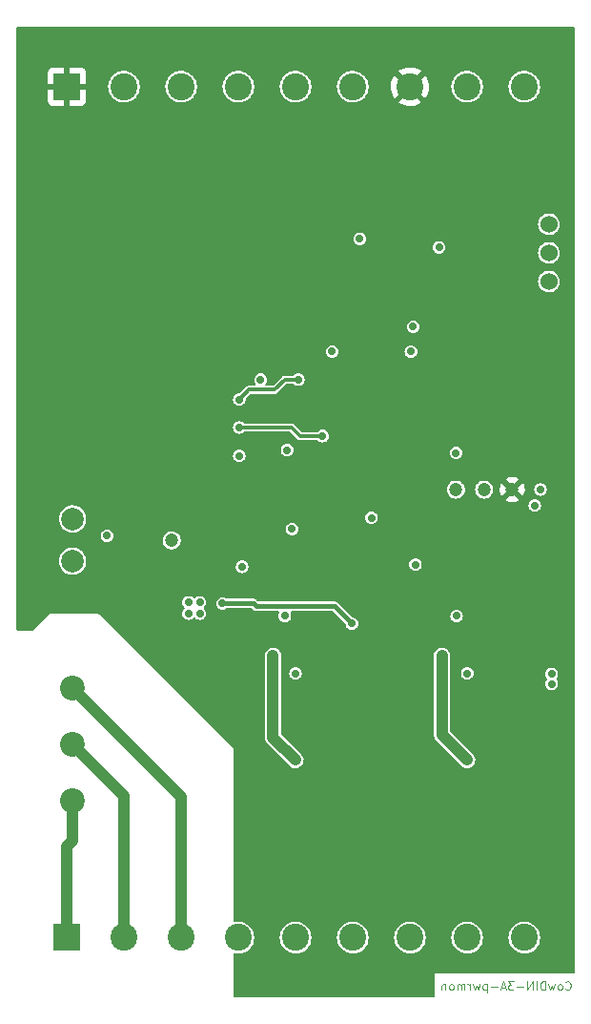
<source format=gbr>
%TF.GenerationSoftware,KiCad,Pcbnew,6.0.0*%
%TF.CreationDate,2022-04-16T14:37:20+02:00*%
%TF.ProjectId,cowdin-3a-pwrmon,636f7764-696e-42d3-9361-2d7077726d6f,1*%
%TF.SameCoordinates,Original*%
%TF.FileFunction,Copper,L4,Bot*%
%TF.FilePolarity,Positive*%
%FSLAX46Y46*%
G04 Gerber Fmt 4.6, Leading zero omitted, Abs format (unit mm)*
G04 Created by KiCad (PCBNEW 6.0.0) date 2022-04-16 14:37:20*
%MOMM*%
%LPD*%
G01*
G04 APERTURE LIST*
%ADD10C,0.101600*%
%TA.AperFunction,NonConductor*%
%ADD11C,0.101600*%
%TD*%
%TA.AperFunction,ComponentPad*%
%ADD12R,2.400000X2.400000*%
%TD*%
%TA.AperFunction,ComponentPad*%
%ADD13C,2.400000*%
%TD*%
%TA.AperFunction,ComponentPad*%
%ADD14C,1.200000*%
%TD*%
%TA.AperFunction,ComponentPad*%
%ADD15C,2.200000*%
%TD*%
%TA.AperFunction,ComponentPad*%
%ADD16C,2.000000*%
%TD*%
%TA.AperFunction,ComponentPad*%
%ADD17C,1.524000*%
%TD*%
%TA.AperFunction,SMDPad,CuDef*%
%ADD18C,1.198880*%
%TD*%
%TA.AperFunction,ViaPad*%
%ADD19C,0.711200*%
%TD*%
%TA.AperFunction,Conductor*%
%ADD20C,1.016000*%
%TD*%
%TA.AperFunction,Conductor*%
%ADD21C,0.304800*%
%TD*%
%TA.AperFunction,Conductor*%
%ADD22C,0.406400*%
%TD*%
G04 APERTURE END LIST*
D10*
D11*
X172479571Y-147322142D02*
X172515857Y-147358428D01*
X172624714Y-147394714D01*
X172697285Y-147394714D01*
X172806142Y-147358428D01*
X172878714Y-147285857D01*
X172915000Y-147213285D01*
X172951285Y-147068142D01*
X172951285Y-146959285D01*
X172915000Y-146814142D01*
X172878714Y-146741571D01*
X172806142Y-146669000D01*
X172697285Y-146632714D01*
X172624714Y-146632714D01*
X172515857Y-146669000D01*
X172479571Y-146705285D01*
X172044142Y-147394714D02*
X172116714Y-147358428D01*
X172153000Y-147322142D01*
X172189285Y-147249571D01*
X172189285Y-147031857D01*
X172153000Y-146959285D01*
X172116714Y-146923000D01*
X172044142Y-146886714D01*
X171935285Y-146886714D01*
X171862714Y-146923000D01*
X171826428Y-146959285D01*
X171790142Y-147031857D01*
X171790142Y-147249571D01*
X171826428Y-147322142D01*
X171862714Y-147358428D01*
X171935285Y-147394714D01*
X172044142Y-147394714D01*
X171536142Y-146886714D02*
X171391000Y-147394714D01*
X171245857Y-147031857D01*
X171100714Y-147394714D01*
X170955571Y-146886714D01*
X170665285Y-147394714D02*
X170665285Y-146632714D01*
X170483857Y-146632714D01*
X170375000Y-146669000D01*
X170302428Y-146741571D01*
X170266142Y-146814142D01*
X170229857Y-146959285D01*
X170229857Y-147068142D01*
X170266142Y-147213285D01*
X170302428Y-147285857D01*
X170375000Y-147358428D01*
X170483857Y-147394714D01*
X170665285Y-147394714D01*
X169903285Y-147394714D02*
X169903285Y-146632714D01*
X169540428Y-147394714D02*
X169540428Y-146632714D01*
X169105000Y-147394714D01*
X169105000Y-146632714D01*
X168742142Y-147104428D02*
X168161571Y-147104428D01*
X167871285Y-146632714D02*
X167399571Y-146632714D01*
X167653571Y-146923000D01*
X167544714Y-146923000D01*
X167472142Y-146959285D01*
X167435857Y-146995571D01*
X167399571Y-147068142D01*
X167399571Y-147249571D01*
X167435857Y-147322142D01*
X167472142Y-147358428D01*
X167544714Y-147394714D01*
X167762428Y-147394714D01*
X167835000Y-147358428D01*
X167871285Y-147322142D01*
X167109285Y-147177000D02*
X166746428Y-147177000D01*
X167181857Y-147394714D02*
X166927857Y-146632714D01*
X166673857Y-147394714D01*
X166419857Y-147104428D02*
X165839285Y-147104428D01*
X165476428Y-146886714D02*
X165476428Y-147648714D01*
X165476428Y-146923000D02*
X165403857Y-146886714D01*
X165258714Y-146886714D01*
X165186142Y-146923000D01*
X165149857Y-146959285D01*
X165113571Y-147031857D01*
X165113571Y-147249571D01*
X165149857Y-147322142D01*
X165186142Y-147358428D01*
X165258714Y-147394714D01*
X165403857Y-147394714D01*
X165476428Y-147358428D01*
X164859571Y-146886714D02*
X164714428Y-147394714D01*
X164569285Y-147031857D01*
X164424142Y-147394714D01*
X164279000Y-146886714D01*
X163988714Y-147394714D02*
X163988714Y-146886714D01*
X163988714Y-147031857D02*
X163952428Y-146959285D01*
X163916142Y-146923000D01*
X163843571Y-146886714D01*
X163771000Y-146886714D01*
X163517000Y-147394714D02*
X163517000Y-146886714D01*
X163517000Y-146959285D02*
X163480714Y-146923000D01*
X163408142Y-146886714D01*
X163299285Y-146886714D01*
X163226714Y-146923000D01*
X163190428Y-146995571D01*
X163190428Y-147394714D01*
X163190428Y-146995571D02*
X163154142Y-146923000D01*
X163081571Y-146886714D01*
X162972714Y-146886714D01*
X162900142Y-146923000D01*
X162863857Y-146995571D01*
X162863857Y-147394714D01*
X162392142Y-147394714D02*
X162464714Y-147358428D01*
X162501000Y-147322142D01*
X162537285Y-147249571D01*
X162537285Y-147031857D01*
X162501000Y-146959285D01*
X162464714Y-146923000D01*
X162392142Y-146886714D01*
X162283285Y-146886714D01*
X162210714Y-146923000D01*
X162174428Y-146959285D01*
X162138142Y-147031857D01*
X162138142Y-147249571D01*
X162174428Y-147322142D01*
X162210714Y-147358428D01*
X162283285Y-147394714D01*
X162392142Y-147394714D01*
X161811571Y-146886714D02*
X161811571Y-147394714D01*
X161811571Y-146959285D02*
X161775285Y-146923000D01*
X161702714Y-146886714D01*
X161593857Y-146886714D01*
X161521285Y-146923000D01*
X161485000Y-146995571D01*
X161485000Y-147394714D01*
D12*
%TO.P,P1,1*%
%TO.N,GND*%
X128180000Y-67250000D03*
D13*
%TO.P,P1,2*%
%TO.N,+VIn*%
X133260000Y-67250000D03*
%TO.P,P1,3*%
%TO.N,unconnected-(P1-Pad3)*%
X138340000Y-67250000D03*
%TO.P,P1,4*%
%TO.N,LINKY_I1*%
X143420000Y-67250000D03*
%TO.P,P1,5*%
%TO.N,LINKY_I2*%
X148500000Y-67250000D03*
%TO.P,P1,6*%
%TO.N,unconnected-(P1-Pad6)*%
X153580000Y-67250000D03*
%TO.P,P1,7*%
%TO.N,GND*%
X158660000Y-67250000D03*
%TO.P,P1,8*%
%TO.N,RS485_B*%
X163740000Y-67250000D03*
%TO.P,P1,9*%
%TO.N,RS485_A*%
X168820000Y-67250000D03*
%TD*%
D14*
%TO.P,TP8,1,1*%
%TO.N,Net-(TP8-Pad1)*%
X165250000Y-103000000D03*
%TD*%
D12*
%TO.P,P2,1*%
%TO.N,RL_NO*%
X128180000Y-142750000D03*
D13*
%TO.P,P2,2*%
%TO.N,RL_COM*%
X133260000Y-142750000D03*
%TO.P,P2,3*%
%TO.N,RL_NC*%
X138340000Y-142750000D03*
%TO.P,P2,4*%
%TO.N,CT5_A*%
X143420000Y-142750000D03*
%TO.P,P2,5*%
%TO.N,CT2_B*%
X148500000Y-142750000D03*
%TO.P,P2,6*%
%TO.N,CT2_A*%
X153580000Y-142750000D03*
%TO.P,P2,7*%
%TO.N,CT4_A*%
X158660000Y-142750000D03*
%TO.P,P2,8*%
%TO.N,CT1_B*%
X163740000Y-142750000D03*
%TO.P,P2,9*%
%TO.N,CT1_A*%
X168820000Y-142750000D03*
%TD*%
D15*
%TO.P,RL1,11*%
%TO.N,RL_COM*%
X128700000Y-125600000D03*
%TO.P,RL1,12*%
%TO.N,RL_NC*%
X128700000Y-120600000D03*
%TO.P,RL1,14*%
%TO.N,RL_NO*%
X128700000Y-130600000D03*
D16*
%TO.P,RL1,A1*%
%TO.N,Net-(D3-Pad1)*%
X128700000Y-109350000D03*
%TO.P,RL1,A2*%
%TO.N,+5V*%
X128700000Y-105600000D03*
%TD*%
D14*
%TO.P,TP7,1,1*%
%TO.N,Net-(TP7-Pad1)*%
X162750000Y-103000000D03*
%TD*%
D17*
%TO.P,SW1,1*%
%TO.N,Net-(R1-Pad1)*%
X171000000Y-84540000D03*
%TO.P,SW1,2*%
%TO.N,RS485_A*%
X171000000Y-82000000D03*
%TO.P,SW1,3*%
%TO.N,N/C*%
X171000000Y-79460000D03*
%TD*%
D18*
%TO.P,TP2,1,1*%
%TO.N,/Power Supply/5V_RAW*%
X137500000Y-107500000D03*
%TD*%
%TO.P,TP1,1,1*%
%TO.N,GND*%
X167750000Y-103000000D03*
%TD*%
D19*
%TO.N,/Power Supply/5V_RAW*%
X137500000Y-107500000D03*
%TO.N,CT1_B*%
X161500000Y-117750000D03*
X163750000Y-127000000D03*
%TO.N,CT2_B*%
X146500000Y-117750000D03*
X148500000Y-127000000D03*
%TO.N,GND*%
X137500000Y-88500000D03*
X124100000Y-101000000D03*
X172900000Y-119000000D03*
X142900000Y-120500000D03*
X146750000Y-112450000D03*
X124100000Y-97000000D03*
X145400000Y-96750000D03*
X172900000Y-127000000D03*
X159900000Y-123000000D03*
X130500000Y-113000000D03*
X145400000Y-95000000D03*
X137500000Y-114250000D03*
X137500000Y-113250000D03*
X129500000Y-97150000D03*
X124100000Y-113000000D03*
X155000000Y-83800000D03*
X140500000Y-81000000D03*
X154100000Y-120500000D03*
X168000000Y-105900000D03*
X160100000Y-99250000D03*
X126000000Y-79000000D03*
X152250000Y-93400000D03*
X172900000Y-121000000D03*
X152100000Y-123000000D03*
X170500000Y-109400000D03*
X172900000Y-101000000D03*
X143500000Y-92500000D03*
X137500000Y-115250000D03*
X143750000Y-114150000D03*
X172900000Y-89000000D03*
X172900000Y-117000000D03*
X124100000Y-87000000D03*
X124100000Y-83000000D03*
X124100000Y-91000000D03*
X124100000Y-109000000D03*
X140500000Y-91500000D03*
X124100000Y-107000000D03*
X149400000Y-89500000D03*
X145400000Y-98250000D03*
X172900000Y-111000000D03*
X172900000Y-125000000D03*
X172900000Y-105000000D03*
X162500000Y-78250000D03*
X172900000Y-97000000D03*
X130500000Y-89000000D03*
X128750000Y-89500000D03*
X158100000Y-120500000D03*
X124100000Y-115000000D03*
X140500000Y-90050000D03*
X167600000Y-123000000D03*
X172900000Y-113000000D03*
X140500000Y-105750000D03*
X172900000Y-87000000D03*
X161350000Y-89650000D03*
X140500000Y-77000000D03*
X171500000Y-104400000D03*
X150900000Y-96750000D03*
X127500000Y-97150000D03*
X157600000Y-106650000D03*
X172900000Y-85000000D03*
X154750000Y-102600000D03*
X124100000Y-103000000D03*
X159250000Y-93400000D03*
X124100000Y-81000000D03*
X124100000Y-99000000D03*
X153050000Y-78250000D03*
X172900000Y-93000000D03*
X124100000Y-89000000D03*
X168900000Y-116500000D03*
X127250000Y-90000000D03*
X126500000Y-103000000D03*
X172900000Y-107000000D03*
X139000000Y-88500000D03*
X124100000Y-85000000D03*
X172900000Y-79000000D03*
X172900000Y-83000000D03*
X124100000Y-111000000D03*
X161400000Y-113000000D03*
X146750000Y-107550000D03*
X148500000Y-114200000D03*
X124100000Y-79000000D03*
X128500000Y-103000000D03*
X172900000Y-75000000D03*
X126000000Y-83000000D03*
X172900000Y-123000000D03*
X130500000Y-103000000D03*
X168900000Y-118250000D03*
X172900000Y-103000000D03*
X163750000Y-123000000D03*
X130100000Y-98750000D03*
X172900000Y-129000000D03*
X124100000Y-77000000D03*
X172900000Y-95000000D03*
X124100000Y-75000000D03*
X128500000Y-113000000D03*
X140500000Y-88500000D03*
X164600000Y-105250000D03*
X172900000Y-81000000D03*
X133500000Y-88500000D03*
X140500000Y-79000000D03*
X172900000Y-131000000D03*
X136500000Y-112250000D03*
X172900000Y-77000000D03*
X124100000Y-95000000D03*
X138500000Y-81000000D03*
X168000000Y-113400000D03*
X167750000Y-103000000D03*
X157050000Y-83800000D03*
X166100000Y-99750000D03*
X172900000Y-109000000D03*
X126500000Y-113000000D03*
X172900000Y-115000000D03*
X168900000Y-114750000D03*
X150750000Y-108750000D03*
X134500000Y-112250000D03*
X144900000Y-123000000D03*
X172900000Y-133000000D03*
X131750000Y-103750000D03*
X125500000Y-90000000D03*
X163750000Y-114200000D03*
X132250000Y-88500000D03*
X128750000Y-88500000D03*
X169350000Y-120500000D03*
X168150000Y-81000000D03*
X172900000Y-91000000D03*
X172900000Y-99000000D03*
X132250000Y-89500000D03*
X148500000Y-123000000D03*
X166250000Y-76000000D03*
X135500000Y-112250000D03*
X131000000Y-93250000D03*
X124100000Y-105000000D03*
X124100000Y-93000000D03*
X165700000Y-106250000D03*
%TO.N,+5V*%
X158750000Y-90750000D03*
X155250000Y-105500000D03*
X131750000Y-107100000D03*
X158950000Y-88550000D03*
X147750000Y-99500000D03*
X140000000Y-114000000D03*
X140000000Y-113000000D03*
X139000000Y-113000000D03*
X139000000Y-114000000D03*
X161250000Y-81500000D03*
X145400000Y-93250000D03*
X143750000Y-109850000D03*
X159150000Y-109650000D03*
X148500000Y-119300000D03*
X154200000Y-80750000D03*
X169750000Y-104400000D03*
X151750000Y-90750000D03*
X162750000Y-99750000D03*
X163750000Y-119300000D03*
X148180000Y-106500000D03*
X170250000Y-103000000D03*
%TO.N,+2.5V*%
X171250000Y-119350000D03*
X171250000Y-120250000D03*
X162800000Y-114200000D03*
X147550000Y-114200000D03*
%TO.N,RST*%
X148750000Y-93250000D03*
X143500000Y-95000000D03*
%TO.N,SWCLK*%
X150900000Y-98250000D03*
X143500000Y-97500000D03*
%TO.N,SWDAT*%
X143500000Y-100000000D03*
%TO.N,Net-(R23-Pad1)*%
X153500000Y-114886900D03*
X142000000Y-113100000D03*
%TD*%
D20*
%TO.N,CT1_B*%
X161500000Y-124750000D02*
X163750000Y-127000000D01*
X161500000Y-117750000D02*
X161500000Y-124750000D01*
%TO.N,CT2_B*%
X146500000Y-117750000D02*
X146500000Y-125000000D01*
X146500000Y-125000000D02*
X148500000Y-127000000D01*
%TO.N,RL_NO*%
X128180000Y-134670000D02*
X128700000Y-134150000D01*
X128700000Y-134150000D02*
X128700000Y-130600000D01*
X128180000Y-142750000D02*
X128180000Y-134670000D01*
D21*
%TO.N,RST*%
X148750000Y-93250000D02*
X147550000Y-93250000D01*
X147550000Y-93250000D02*
X146650000Y-94150000D01*
X146650000Y-94150000D02*
X144350000Y-94150000D01*
X144350000Y-94150000D02*
X143500000Y-95000000D01*
%TO.N,SWCLK*%
X150900000Y-98250000D02*
X148900000Y-98250000D01*
X148150000Y-97500000D02*
X143500000Y-97500000D01*
X148900000Y-98250000D02*
X148150000Y-97500000D01*
D20*
%TO.N,RL_COM*%
X133260000Y-142750000D02*
X133260000Y-130160000D01*
X133260000Y-130160000D02*
X128700000Y-125600000D01*
%TO.N,RL_NC*%
X138340000Y-142750000D02*
X138340000Y-130240000D01*
X138340000Y-130240000D02*
X128700000Y-120600000D01*
D22*
%TO.N,Net-(R23-Pad1)*%
X145000000Y-113350000D02*
X144750000Y-113100000D01*
X151963100Y-113350000D02*
X145000000Y-113350000D01*
X144750000Y-113100000D02*
X142000000Y-113100000D01*
X153500000Y-114886900D02*
X151963100Y-113350000D01*
%TD*%
%TA.AperFunction,Conductor*%
%TO.N,GND*%
G36*
X173238921Y-61973202D02*
G01*
X173285414Y-62026858D01*
X173296800Y-62079200D01*
X173296800Y-145804990D01*
X173276798Y-145873111D01*
X173223142Y-145919604D01*
X173170800Y-145930990D01*
X160899572Y-145930990D01*
X160899572Y-147920800D01*
X160879570Y-147988921D01*
X160825914Y-148035414D01*
X160773572Y-148046800D01*
X143126000Y-148046800D01*
X143057879Y-148026798D01*
X143011386Y-147973142D01*
X143000000Y-147920800D01*
X143000000Y-144251299D01*
X143020002Y-144183178D01*
X143073658Y-144136685D01*
X143143932Y-144126581D01*
X143151116Y-144127828D01*
X143253227Y-144148603D01*
X143258402Y-144148793D01*
X143258404Y-144148793D01*
X143478730Y-144156872D01*
X143478734Y-144156872D01*
X143483894Y-144157061D01*
X143489014Y-144156405D01*
X143489016Y-144156405D01*
X143707718Y-144128389D01*
X143707719Y-144128389D01*
X143712846Y-144127732D01*
X143717796Y-144126247D01*
X143928978Y-144062889D01*
X143928982Y-144062887D01*
X143933933Y-144061402D01*
X144141218Y-143959854D01*
X144224458Y-143900480D01*
X144324931Y-143828813D01*
X144329134Y-143825815D01*
X144395536Y-143759645D01*
X144488975Y-143666531D01*
X144492635Y-143662884D01*
X144627330Y-143475437D01*
X144729600Y-143268507D01*
X144760698Y-143166153D01*
X144795197Y-143052605D01*
X144795198Y-143052599D01*
X144796701Y-143047653D01*
X144826829Y-142818805D01*
X144828511Y-142750000D01*
X144825682Y-142715587D01*
X147091909Y-142715587D01*
X147092206Y-142720739D01*
X147092206Y-142720743D01*
X147104899Y-142940868D01*
X147104900Y-142940874D01*
X147105197Y-142946027D01*
X147155942Y-143171202D01*
X147242783Y-143385066D01*
X147363388Y-143581875D01*
X147514516Y-143756343D01*
X147692111Y-143903785D01*
X147891402Y-144020241D01*
X147896222Y-144022081D01*
X147896227Y-144022084D01*
X148039241Y-144076695D01*
X148107038Y-144102584D01*
X148112106Y-144103615D01*
X148112109Y-144103616D01*
X148223345Y-144126247D01*
X148333227Y-144148603D01*
X148338402Y-144148793D01*
X148338404Y-144148793D01*
X148558730Y-144156872D01*
X148558734Y-144156872D01*
X148563894Y-144157061D01*
X148569014Y-144156405D01*
X148569016Y-144156405D01*
X148787718Y-144128389D01*
X148787719Y-144128389D01*
X148792846Y-144127732D01*
X148797796Y-144126247D01*
X149008978Y-144062889D01*
X149008982Y-144062887D01*
X149013933Y-144061402D01*
X149221218Y-143959854D01*
X149304458Y-143900480D01*
X149404931Y-143828813D01*
X149409134Y-143825815D01*
X149475536Y-143759645D01*
X149568975Y-143666531D01*
X149572635Y-143662884D01*
X149707330Y-143475437D01*
X149809600Y-143268507D01*
X149840698Y-143166153D01*
X149875197Y-143052605D01*
X149875198Y-143052599D01*
X149876701Y-143047653D01*
X149906829Y-142818805D01*
X149908511Y-142750000D01*
X149905682Y-142715587D01*
X152171909Y-142715587D01*
X152172206Y-142720739D01*
X152172206Y-142720743D01*
X152184899Y-142940868D01*
X152184900Y-142940874D01*
X152185197Y-142946027D01*
X152235942Y-143171202D01*
X152322783Y-143385066D01*
X152443388Y-143581875D01*
X152594516Y-143756343D01*
X152772111Y-143903785D01*
X152971402Y-144020241D01*
X152976222Y-144022081D01*
X152976227Y-144022084D01*
X153119241Y-144076695D01*
X153187038Y-144102584D01*
X153192106Y-144103615D01*
X153192109Y-144103616D01*
X153303345Y-144126247D01*
X153413227Y-144148603D01*
X153418402Y-144148793D01*
X153418404Y-144148793D01*
X153638730Y-144156872D01*
X153638734Y-144156872D01*
X153643894Y-144157061D01*
X153649014Y-144156405D01*
X153649016Y-144156405D01*
X153867718Y-144128389D01*
X153867719Y-144128389D01*
X153872846Y-144127732D01*
X153877796Y-144126247D01*
X154088978Y-144062889D01*
X154088982Y-144062887D01*
X154093933Y-144061402D01*
X154301218Y-143959854D01*
X154384458Y-143900480D01*
X154484931Y-143828813D01*
X154489134Y-143825815D01*
X154555536Y-143759645D01*
X154648975Y-143666531D01*
X154652635Y-143662884D01*
X154787330Y-143475437D01*
X154889600Y-143268507D01*
X154920698Y-143166153D01*
X154955197Y-143052605D01*
X154955198Y-143052599D01*
X154956701Y-143047653D01*
X154986829Y-142818805D01*
X154988511Y-142750000D01*
X154985682Y-142715587D01*
X157251909Y-142715587D01*
X157252206Y-142720739D01*
X157252206Y-142720743D01*
X157264899Y-142940868D01*
X157264900Y-142940874D01*
X157265197Y-142946027D01*
X157315942Y-143171202D01*
X157402783Y-143385066D01*
X157523388Y-143581875D01*
X157674516Y-143756343D01*
X157852111Y-143903785D01*
X158051402Y-144020241D01*
X158056222Y-144022081D01*
X158056227Y-144022084D01*
X158199241Y-144076695D01*
X158267038Y-144102584D01*
X158272106Y-144103615D01*
X158272109Y-144103616D01*
X158383345Y-144126247D01*
X158493227Y-144148603D01*
X158498402Y-144148793D01*
X158498404Y-144148793D01*
X158718730Y-144156872D01*
X158718734Y-144156872D01*
X158723894Y-144157061D01*
X158729014Y-144156405D01*
X158729016Y-144156405D01*
X158947718Y-144128389D01*
X158947719Y-144128389D01*
X158952846Y-144127732D01*
X158957796Y-144126247D01*
X159168978Y-144062889D01*
X159168982Y-144062887D01*
X159173933Y-144061402D01*
X159381218Y-143959854D01*
X159464458Y-143900480D01*
X159564931Y-143828813D01*
X159569134Y-143825815D01*
X159635536Y-143759645D01*
X159728975Y-143666531D01*
X159732635Y-143662884D01*
X159867330Y-143475437D01*
X159969600Y-143268507D01*
X160000698Y-143166153D01*
X160035197Y-143052605D01*
X160035198Y-143052599D01*
X160036701Y-143047653D01*
X160066829Y-142818805D01*
X160068511Y-142750000D01*
X160065682Y-142715587D01*
X162331909Y-142715587D01*
X162332206Y-142720739D01*
X162332206Y-142720743D01*
X162344899Y-142940868D01*
X162344900Y-142940874D01*
X162345197Y-142946027D01*
X162395942Y-143171202D01*
X162482783Y-143385066D01*
X162603388Y-143581875D01*
X162754516Y-143756343D01*
X162932111Y-143903785D01*
X163131402Y-144020241D01*
X163136222Y-144022081D01*
X163136227Y-144022084D01*
X163279241Y-144076695D01*
X163347038Y-144102584D01*
X163352106Y-144103615D01*
X163352109Y-144103616D01*
X163463345Y-144126247D01*
X163573227Y-144148603D01*
X163578402Y-144148793D01*
X163578404Y-144148793D01*
X163798730Y-144156872D01*
X163798734Y-144156872D01*
X163803894Y-144157061D01*
X163809014Y-144156405D01*
X163809016Y-144156405D01*
X164027718Y-144128389D01*
X164027719Y-144128389D01*
X164032846Y-144127732D01*
X164037796Y-144126247D01*
X164248978Y-144062889D01*
X164248982Y-144062887D01*
X164253933Y-144061402D01*
X164461218Y-143959854D01*
X164544458Y-143900480D01*
X164644931Y-143828813D01*
X164649134Y-143825815D01*
X164715536Y-143759645D01*
X164808975Y-143666531D01*
X164812635Y-143662884D01*
X164947330Y-143475437D01*
X165049600Y-143268507D01*
X165080698Y-143166153D01*
X165115197Y-143052605D01*
X165115198Y-143052599D01*
X165116701Y-143047653D01*
X165146829Y-142818805D01*
X165148511Y-142750000D01*
X165145682Y-142715587D01*
X167411909Y-142715587D01*
X167412206Y-142720739D01*
X167412206Y-142720743D01*
X167424899Y-142940868D01*
X167424900Y-142940874D01*
X167425197Y-142946027D01*
X167475942Y-143171202D01*
X167562783Y-143385066D01*
X167683388Y-143581875D01*
X167834516Y-143756343D01*
X168012111Y-143903785D01*
X168211402Y-144020241D01*
X168216222Y-144022081D01*
X168216227Y-144022084D01*
X168359241Y-144076695D01*
X168427038Y-144102584D01*
X168432106Y-144103615D01*
X168432109Y-144103616D01*
X168543345Y-144126247D01*
X168653227Y-144148603D01*
X168658402Y-144148793D01*
X168658404Y-144148793D01*
X168878730Y-144156872D01*
X168878734Y-144156872D01*
X168883894Y-144157061D01*
X168889014Y-144156405D01*
X168889016Y-144156405D01*
X169107718Y-144128389D01*
X169107719Y-144128389D01*
X169112846Y-144127732D01*
X169117796Y-144126247D01*
X169328978Y-144062889D01*
X169328982Y-144062887D01*
X169333933Y-144061402D01*
X169541218Y-143959854D01*
X169624458Y-143900480D01*
X169724931Y-143828813D01*
X169729134Y-143825815D01*
X169795536Y-143759645D01*
X169888975Y-143666531D01*
X169892635Y-143662884D01*
X170027330Y-143475437D01*
X170129600Y-143268507D01*
X170160698Y-143166153D01*
X170195197Y-143052605D01*
X170195198Y-143052599D01*
X170196701Y-143047653D01*
X170226829Y-142818805D01*
X170228511Y-142750000D01*
X170209598Y-142519954D01*
X170153366Y-142296085D01*
X170141423Y-142268617D01*
X170063386Y-142089144D01*
X170063384Y-142089141D01*
X170061326Y-142084407D01*
X169935949Y-141890604D01*
X169907973Y-141859858D01*
X169784080Y-141723702D01*
X169784078Y-141723700D01*
X169780602Y-141719880D01*
X169776551Y-141716681D01*
X169776547Y-141716677D01*
X169603513Y-141580023D01*
X169603509Y-141580021D01*
X169599458Y-141576821D01*
X169397381Y-141465269D01*
X169392512Y-141463545D01*
X169392508Y-141463543D01*
X169184673Y-141389945D01*
X169184669Y-141389944D01*
X169179798Y-141388219D01*
X169174705Y-141387312D01*
X169174702Y-141387311D01*
X168957641Y-141348646D01*
X168957637Y-141348646D01*
X168952553Y-141347740D01*
X168864183Y-141346660D01*
X168726916Y-141344983D01*
X168726914Y-141344983D01*
X168721747Y-141344920D01*
X168569729Y-141368182D01*
X168498690Y-141379052D01*
X168498687Y-141379053D01*
X168493581Y-141379834D01*
X168462647Y-141389945D01*
X168279093Y-141449940D01*
X168279091Y-141449941D01*
X168274180Y-141451546D01*
X168069438Y-141558128D01*
X168065305Y-141561231D01*
X168065302Y-141561233D01*
X167888988Y-141693613D01*
X167884853Y-141696718D01*
X167725381Y-141863595D01*
X167595307Y-142054277D01*
X167498122Y-142263644D01*
X167436438Y-142486071D01*
X167435890Y-142491199D01*
X167435889Y-142491204D01*
X167432817Y-142519954D01*
X167411909Y-142715587D01*
X165145682Y-142715587D01*
X165129598Y-142519954D01*
X165073366Y-142296085D01*
X165061423Y-142268617D01*
X164983386Y-142089144D01*
X164983384Y-142089141D01*
X164981326Y-142084407D01*
X164855949Y-141890604D01*
X164827973Y-141859858D01*
X164704080Y-141723702D01*
X164704078Y-141723700D01*
X164700602Y-141719880D01*
X164696551Y-141716681D01*
X164696547Y-141716677D01*
X164523513Y-141580023D01*
X164523509Y-141580021D01*
X164519458Y-141576821D01*
X164317381Y-141465269D01*
X164312512Y-141463545D01*
X164312508Y-141463543D01*
X164104673Y-141389945D01*
X164104669Y-141389944D01*
X164099798Y-141388219D01*
X164094705Y-141387312D01*
X164094702Y-141387311D01*
X163877641Y-141348646D01*
X163877637Y-141348646D01*
X163872553Y-141347740D01*
X163784183Y-141346660D01*
X163646916Y-141344983D01*
X163646914Y-141344983D01*
X163641747Y-141344920D01*
X163489729Y-141368182D01*
X163418690Y-141379052D01*
X163418687Y-141379053D01*
X163413581Y-141379834D01*
X163382647Y-141389945D01*
X163199093Y-141449940D01*
X163199091Y-141449941D01*
X163194180Y-141451546D01*
X162989438Y-141558128D01*
X162985305Y-141561231D01*
X162985302Y-141561233D01*
X162808988Y-141693613D01*
X162804853Y-141696718D01*
X162645381Y-141863595D01*
X162515307Y-142054277D01*
X162418122Y-142263644D01*
X162356438Y-142486071D01*
X162355890Y-142491199D01*
X162355889Y-142491204D01*
X162352817Y-142519954D01*
X162331909Y-142715587D01*
X160065682Y-142715587D01*
X160049598Y-142519954D01*
X159993366Y-142296085D01*
X159981423Y-142268617D01*
X159903386Y-142089144D01*
X159903384Y-142089141D01*
X159901326Y-142084407D01*
X159775949Y-141890604D01*
X159747973Y-141859858D01*
X159624080Y-141723702D01*
X159624078Y-141723700D01*
X159620602Y-141719880D01*
X159616551Y-141716681D01*
X159616547Y-141716677D01*
X159443513Y-141580023D01*
X159443509Y-141580021D01*
X159439458Y-141576821D01*
X159237381Y-141465269D01*
X159232512Y-141463545D01*
X159232508Y-141463543D01*
X159024673Y-141389945D01*
X159024669Y-141389944D01*
X159019798Y-141388219D01*
X159014705Y-141387312D01*
X159014702Y-141387311D01*
X158797641Y-141348646D01*
X158797637Y-141348646D01*
X158792553Y-141347740D01*
X158704183Y-141346660D01*
X158566916Y-141344983D01*
X158566914Y-141344983D01*
X158561747Y-141344920D01*
X158409729Y-141368182D01*
X158338690Y-141379052D01*
X158338687Y-141379053D01*
X158333581Y-141379834D01*
X158302647Y-141389945D01*
X158119093Y-141449940D01*
X158119091Y-141449941D01*
X158114180Y-141451546D01*
X157909438Y-141558128D01*
X157905305Y-141561231D01*
X157905302Y-141561233D01*
X157728988Y-141693613D01*
X157724853Y-141696718D01*
X157565381Y-141863595D01*
X157435307Y-142054277D01*
X157338122Y-142263644D01*
X157276438Y-142486071D01*
X157275890Y-142491199D01*
X157275889Y-142491204D01*
X157272817Y-142519954D01*
X157251909Y-142715587D01*
X154985682Y-142715587D01*
X154969598Y-142519954D01*
X154913366Y-142296085D01*
X154901423Y-142268617D01*
X154823386Y-142089144D01*
X154823384Y-142089141D01*
X154821326Y-142084407D01*
X154695949Y-141890604D01*
X154667973Y-141859858D01*
X154544080Y-141723702D01*
X154544078Y-141723700D01*
X154540602Y-141719880D01*
X154536551Y-141716681D01*
X154536547Y-141716677D01*
X154363513Y-141580023D01*
X154363509Y-141580021D01*
X154359458Y-141576821D01*
X154157381Y-141465269D01*
X154152512Y-141463545D01*
X154152508Y-141463543D01*
X153944673Y-141389945D01*
X153944669Y-141389944D01*
X153939798Y-141388219D01*
X153934705Y-141387312D01*
X153934702Y-141387311D01*
X153717641Y-141348646D01*
X153717637Y-141348646D01*
X153712553Y-141347740D01*
X153624183Y-141346660D01*
X153486916Y-141344983D01*
X153486914Y-141344983D01*
X153481747Y-141344920D01*
X153329729Y-141368182D01*
X153258690Y-141379052D01*
X153258687Y-141379053D01*
X153253581Y-141379834D01*
X153222647Y-141389945D01*
X153039093Y-141449940D01*
X153039091Y-141449941D01*
X153034180Y-141451546D01*
X152829438Y-141558128D01*
X152825305Y-141561231D01*
X152825302Y-141561233D01*
X152648988Y-141693613D01*
X152644853Y-141696718D01*
X152485381Y-141863595D01*
X152355307Y-142054277D01*
X152258122Y-142263644D01*
X152196438Y-142486071D01*
X152195890Y-142491199D01*
X152195889Y-142491204D01*
X152192817Y-142519954D01*
X152171909Y-142715587D01*
X149905682Y-142715587D01*
X149889598Y-142519954D01*
X149833366Y-142296085D01*
X149821423Y-142268617D01*
X149743386Y-142089144D01*
X149743384Y-142089141D01*
X149741326Y-142084407D01*
X149615949Y-141890604D01*
X149587973Y-141859858D01*
X149464080Y-141723702D01*
X149464078Y-141723700D01*
X149460602Y-141719880D01*
X149456551Y-141716681D01*
X149456547Y-141716677D01*
X149283513Y-141580023D01*
X149283509Y-141580021D01*
X149279458Y-141576821D01*
X149077381Y-141465269D01*
X149072512Y-141463545D01*
X149072508Y-141463543D01*
X148864673Y-141389945D01*
X148864669Y-141389944D01*
X148859798Y-141388219D01*
X148854705Y-141387312D01*
X148854702Y-141387311D01*
X148637641Y-141348646D01*
X148637637Y-141348646D01*
X148632553Y-141347740D01*
X148544183Y-141346660D01*
X148406916Y-141344983D01*
X148406914Y-141344983D01*
X148401747Y-141344920D01*
X148249729Y-141368182D01*
X148178690Y-141379052D01*
X148178687Y-141379053D01*
X148173581Y-141379834D01*
X148142647Y-141389945D01*
X147959093Y-141449940D01*
X147959091Y-141449941D01*
X147954180Y-141451546D01*
X147749438Y-141558128D01*
X147745305Y-141561231D01*
X147745302Y-141561233D01*
X147568988Y-141693613D01*
X147564853Y-141696718D01*
X147405381Y-141863595D01*
X147275307Y-142054277D01*
X147178122Y-142263644D01*
X147116438Y-142486071D01*
X147115890Y-142491199D01*
X147115889Y-142491204D01*
X147112817Y-142519954D01*
X147091909Y-142715587D01*
X144825682Y-142715587D01*
X144809598Y-142519954D01*
X144753366Y-142296085D01*
X144741423Y-142268617D01*
X144663386Y-142089144D01*
X144663384Y-142089141D01*
X144661326Y-142084407D01*
X144535949Y-141890604D01*
X144507973Y-141859858D01*
X144384080Y-141723702D01*
X144384078Y-141723700D01*
X144380602Y-141719880D01*
X144376551Y-141716681D01*
X144376547Y-141716677D01*
X144203513Y-141580023D01*
X144203509Y-141580021D01*
X144199458Y-141576821D01*
X143997381Y-141465269D01*
X143992512Y-141463545D01*
X143992508Y-141463543D01*
X143784673Y-141389945D01*
X143784669Y-141389944D01*
X143779798Y-141388219D01*
X143774705Y-141387312D01*
X143774702Y-141387311D01*
X143557641Y-141348646D01*
X143557637Y-141348646D01*
X143552553Y-141347740D01*
X143464183Y-141346660D01*
X143326916Y-141344983D01*
X143326914Y-141344983D01*
X143321747Y-141344920D01*
X143145058Y-141371957D01*
X143074696Y-141362489D01*
X143020622Y-141316484D01*
X143000000Y-141247407D01*
X143000000Y-126000000D01*
X142037521Y-125037521D01*
X145784055Y-125037521D01*
X145785360Y-125044997D01*
X145785360Y-125045000D01*
X145795096Y-125100783D01*
X145796059Y-125107308D01*
X145797713Y-125120976D01*
X145803768Y-125171011D01*
X145806454Y-125178119D01*
X145807019Y-125180419D01*
X145811686Y-125197480D01*
X145812366Y-125199734D01*
X145813672Y-125207215D01*
X145823309Y-125229167D01*
X145839475Y-125265995D01*
X145841967Y-125272102D01*
X145864657Y-125332149D01*
X145868956Y-125338404D01*
X145870049Y-125340495D01*
X145878655Y-125355957D01*
X145879858Y-125357991D01*
X145882911Y-125364946D01*
X145887534Y-125370971D01*
X145887537Y-125370976D01*
X145921988Y-125415874D01*
X145925864Y-125421209D01*
X145957918Y-125467847D01*
X145957923Y-125467853D01*
X145962225Y-125474112D01*
X145967899Y-125479167D01*
X146008973Y-125515763D01*
X146014249Y-125520744D01*
X148027294Y-127533790D01*
X148128613Y-127613233D01*
X148135531Y-127616357D01*
X148135535Y-127616359D01*
X148278685Y-127680994D01*
X148278687Y-127680995D01*
X148285609Y-127684120D01*
X148293080Y-127685505D01*
X148293081Y-127685505D01*
X148389428Y-127703362D01*
X148454983Y-127715512D01*
X148462563Y-127715075D01*
X148462564Y-127715075D01*
X148498107Y-127713025D01*
X148626957Y-127705596D01*
X148791600Y-127654946D01*
X148939410Y-127566484D01*
X149061851Y-127445317D01*
X149151856Y-127298443D01*
X149204228Y-127134338D01*
X149204745Y-127126757D01*
X149215429Y-126970055D01*
X149215429Y-126970051D01*
X149215945Y-126962479D01*
X149186328Y-126792785D01*
X149117088Y-126635054D01*
X149036420Y-126529925D01*
X149033500Y-126527005D01*
X149033493Y-126526997D01*
X147294017Y-124787521D01*
X160784055Y-124787521D01*
X160785360Y-124794997D01*
X160785360Y-124795000D01*
X160795096Y-124850783D01*
X160796059Y-124857308D01*
X160803768Y-124921011D01*
X160806454Y-124928119D01*
X160807019Y-124930419D01*
X160811686Y-124947480D01*
X160812366Y-124949734D01*
X160813672Y-124957215D01*
X160816724Y-124964167D01*
X160839475Y-125015995D01*
X160841967Y-125022102D01*
X160850620Y-125045000D01*
X160864657Y-125082149D01*
X160868956Y-125088404D01*
X160870049Y-125090495D01*
X160878655Y-125105957D01*
X160879858Y-125107991D01*
X160882911Y-125114946D01*
X160887534Y-125120971D01*
X160887537Y-125120976D01*
X160921988Y-125165874D01*
X160925864Y-125171209D01*
X160957918Y-125217847D01*
X160957923Y-125217853D01*
X160962225Y-125224112D01*
X160967899Y-125229167D01*
X161008973Y-125265763D01*
X161014249Y-125270744D01*
X163277295Y-127533790D01*
X163378613Y-127613234D01*
X163535610Y-127684120D01*
X163543076Y-127685504D01*
X163543080Y-127685505D01*
X163627040Y-127701066D01*
X163704984Y-127715513D01*
X163712564Y-127715076D01*
X163712565Y-127715076D01*
X163748517Y-127713003D01*
X163876957Y-127705597D01*
X164041601Y-127654946D01*
X164189410Y-127566484D01*
X164194803Y-127561147D01*
X164194807Y-127561144D01*
X164250631Y-127505901D01*
X164311852Y-127445318D01*
X164401857Y-127298443D01*
X164451918Y-127141578D01*
X164451919Y-127141576D01*
X164451920Y-127141572D01*
X164454228Y-127134339D01*
X164454745Y-127126757D01*
X164465429Y-126970054D01*
X164465429Y-126970050D01*
X164465945Y-126962479D01*
X164436328Y-126792786D01*
X164433277Y-126785835D01*
X164370142Y-126642009D01*
X164370140Y-126642006D01*
X164367089Y-126635055D01*
X164362467Y-126629032D01*
X164362465Y-126629028D01*
X164288937Y-126533204D01*
X164288936Y-126533203D01*
X164286421Y-126529925D01*
X162248605Y-124492109D01*
X162214579Y-124429797D01*
X162211700Y-124403014D01*
X162211700Y-120250000D01*
X170685874Y-120250000D01*
X170705096Y-120396007D01*
X170761453Y-120532063D01*
X170851103Y-120648897D01*
X170967937Y-120738547D01*
X171103993Y-120794904D01*
X171112177Y-120795981D01*
X171112179Y-120795982D01*
X171241812Y-120813048D01*
X171250000Y-120814126D01*
X171258188Y-120813048D01*
X171387821Y-120795982D01*
X171387823Y-120795981D01*
X171396007Y-120794904D01*
X171532063Y-120738547D01*
X171648897Y-120648897D01*
X171738547Y-120532063D01*
X171794904Y-120396007D01*
X171814126Y-120250000D01*
X171811067Y-120226768D01*
X171795982Y-120112179D01*
X171795981Y-120112177D01*
X171794904Y-120103993D01*
X171738547Y-119967937D01*
X171668541Y-119876703D01*
X171642940Y-119810484D01*
X171657205Y-119740935D01*
X171668541Y-119723296D01*
X171733521Y-119638613D01*
X171738547Y-119632063D01*
X171794904Y-119496007D01*
X171814126Y-119350000D01*
X171808621Y-119308188D01*
X171795982Y-119212179D01*
X171795981Y-119212177D01*
X171794904Y-119203993D01*
X171738547Y-119067937D01*
X171648897Y-118951103D01*
X171532063Y-118861453D01*
X171396007Y-118805096D01*
X171387823Y-118804019D01*
X171387821Y-118804018D01*
X171258188Y-118786952D01*
X171250000Y-118785874D01*
X171241812Y-118786952D01*
X171112179Y-118804018D01*
X171112177Y-118804019D01*
X171103993Y-118805096D01*
X170967937Y-118861453D01*
X170851103Y-118951103D01*
X170761453Y-119067937D01*
X170705096Y-119203993D01*
X170704019Y-119212177D01*
X170704018Y-119212179D01*
X170691379Y-119308188D01*
X170685874Y-119350000D01*
X170705096Y-119496007D01*
X170761453Y-119632063D01*
X170766479Y-119638613D01*
X170831459Y-119723296D01*
X170857060Y-119789516D01*
X170842795Y-119859065D01*
X170831461Y-119876701D01*
X170761453Y-119967937D01*
X170705096Y-120103993D01*
X170704019Y-120112177D01*
X170704018Y-120112179D01*
X170688933Y-120226768D01*
X170685874Y-120250000D01*
X162211700Y-120250000D01*
X162211700Y-119300000D01*
X163185874Y-119300000D01*
X163186952Y-119308188D01*
X163195122Y-119370243D01*
X163205096Y-119446007D01*
X163261453Y-119582063D01*
X163351103Y-119698897D01*
X163467937Y-119788547D01*
X163603993Y-119844904D01*
X163612177Y-119845981D01*
X163612179Y-119845982D01*
X163741812Y-119863048D01*
X163750000Y-119864126D01*
X163758188Y-119863048D01*
X163887821Y-119845982D01*
X163887823Y-119845981D01*
X163896007Y-119844904D01*
X164032063Y-119788547D01*
X164148897Y-119698897D01*
X164238547Y-119582063D01*
X164294904Y-119446007D01*
X164304879Y-119370243D01*
X164313048Y-119308188D01*
X164314126Y-119300000D01*
X164294904Y-119153993D01*
X164238547Y-119017937D01*
X164148897Y-118901103D01*
X164032063Y-118811453D01*
X163896007Y-118755096D01*
X163887823Y-118754019D01*
X163887821Y-118754018D01*
X163758188Y-118736952D01*
X163750000Y-118735874D01*
X163741812Y-118736952D01*
X163612179Y-118754018D01*
X163612177Y-118754019D01*
X163603993Y-118755096D01*
X163467937Y-118811453D01*
X163351103Y-118901103D01*
X163261453Y-119017937D01*
X163205096Y-119153993D01*
X163185874Y-119300000D01*
X162211700Y-119300000D01*
X162211700Y-117706807D01*
X162196232Y-117578989D01*
X162135343Y-117417851D01*
X162037775Y-117275888D01*
X162025876Y-117265286D01*
X161914832Y-117166349D01*
X161914829Y-117166347D01*
X161909160Y-117161296D01*
X161901130Y-117157044D01*
X161763638Y-117084246D01*
X161763639Y-117084246D01*
X161756924Y-117080691D01*
X161589855Y-117038726D01*
X161582257Y-117038686D01*
X161582255Y-117038686D01*
X161509347Y-117038304D01*
X161417598Y-117037824D01*
X161410218Y-117039596D01*
X161410216Y-117039596D01*
X161257479Y-117076265D01*
X161257477Y-117076266D01*
X161250099Y-117078037D01*
X161097027Y-117157044D01*
X160967219Y-117270282D01*
X160868170Y-117411216D01*
X160805597Y-117571708D01*
X160788300Y-117703087D01*
X160788300Y-124720970D01*
X160788008Y-124729540D01*
X160784055Y-124787521D01*
X147294017Y-124787521D01*
X147248605Y-124742109D01*
X147214579Y-124679797D01*
X147211700Y-124653014D01*
X147211700Y-119300000D01*
X147935874Y-119300000D01*
X147936952Y-119308188D01*
X147945122Y-119370243D01*
X147955096Y-119446007D01*
X148011453Y-119582063D01*
X148101103Y-119698897D01*
X148217937Y-119788547D01*
X148353993Y-119844904D01*
X148362177Y-119845981D01*
X148362179Y-119845982D01*
X148491812Y-119863048D01*
X148500000Y-119864126D01*
X148508188Y-119863048D01*
X148637821Y-119845982D01*
X148637823Y-119845981D01*
X148646007Y-119844904D01*
X148782063Y-119788547D01*
X148898897Y-119698897D01*
X148988547Y-119582063D01*
X149044904Y-119446007D01*
X149054879Y-119370243D01*
X149063048Y-119308188D01*
X149064126Y-119300000D01*
X149044904Y-119153993D01*
X148988547Y-119017937D01*
X148898897Y-118901103D01*
X148782063Y-118811453D01*
X148646007Y-118755096D01*
X148637823Y-118754019D01*
X148637821Y-118754018D01*
X148508188Y-118736952D01*
X148500000Y-118735874D01*
X148491812Y-118736952D01*
X148362179Y-118754018D01*
X148362177Y-118754019D01*
X148353993Y-118755096D01*
X148217937Y-118811453D01*
X148101103Y-118901103D01*
X148011453Y-119017937D01*
X147955096Y-119153993D01*
X147935874Y-119300000D01*
X147211700Y-119300000D01*
X147211700Y-117706807D01*
X147196232Y-117578989D01*
X147135343Y-117417851D01*
X147037775Y-117275888D01*
X147025876Y-117265286D01*
X146914832Y-117166349D01*
X146914829Y-117166347D01*
X146909160Y-117161296D01*
X146901130Y-117157044D01*
X146763638Y-117084246D01*
X146763639Y-117084246D01*
X146756924Y-117080691D01*
X146589855Y-117038726D01*
X146582257Y-117038686D01*
X146582255Y-117038686D01*
X146509347Y-117038304D01*
X146417598Y-117037824D01*
X146410218Y-117039596D01*
X146410216Y-117039596D01*
X146257479Y-117076265D01*
X146257477Y-117076266D01*
X146250099Y-117078037D01*
X146097027Y-117157044D01*
X145967219Y-117270282D01*
X145868170Y-117411216D01*
X145805597Y-117571708D01*
X145788300Y-117703087D01*
X145788300Y-124970970D01*
X145788008Y-124979540D01*
X145785523Y-125015995D01*
X145784055Y-125037521D01*
X142037521Y-125037521D01*
X131000000Y-114000000D01*
X138435874Y-114000000D01*
X138455096Y-114146007D01*
X138511453Y-114282063D01*
X138601103Y-114398897D01*
X138717937Y-114488547D01*
X138853993Y-114544904D01*
X138862177Y-114545981D01*
X138862179Y-114545982D01*
X138991812Y-114563048D01*
X139000000Y-114564126D01*
X139008188Y-114563048D01*
X139137821Y-114545982D01*
X139137823Y-114545981D01*
X139146007Y-114544904D01*
X139282063Y-114488547D01*
X139398897Y-114398897D01*
X139403923Y-114392347D01*
X139409764Y-114386506D01*
X139411962Y-114388704D01*
X139457375Y-114355543D01*
X139528246Y-114351321D01*
X139590149Y-114386084D01*
X139592322Y-114388592D01*
X139596077Y-114392347D01*
X139601103Y-114398897D01*
X139717937Y-114488547D01*
X139853993Y-114544904D01*
X139862177Y-114545981D01*
X139862179Y-114545982D01*
X139991812Y-114563048D01*
X140000000Y-114564126D01*
X140008188Y-114563048D01*
X140137821Y-114545982D01*
X140137823Y-114545981D01*
X140146007Y-114544904D01*
X140282063Y-114488547D01*
X140398897Y-114398897D01*
X140488547Y-114282063D01*
X140544904Y-114146007D01*
X140564126Y-114000000D01*
X140552460Y-113911387D01*
X140545982Y-113862179D01*
X140545981Y-113862177D01*
X140544904Y-113853993D01*
X140488547Y-113717937D01*
X140398897Y-113601103D01*
X140392347Y-113596077D01*
X140386506Y-113590236D01*
X140388704Y-113588038D01*
X140355543Y-113542625D01*
X140351321Y-113471754D01*
X140386084Y-113409851D01*
X140388592Y-113407678D01*
X140392347Y-113403923D01*
X140398897Y-113398897D01*
X140488547Y-113282063D01*
X140544904Y-113146007D01*
X140550961Y-113100000D01*
X141435874Y-113100000D01*
X141455096Y-113246007D01*
X141511453Y-113382063D01*
X141601103Y-113498897D01*
X141717937Y-113588547D01*
X141853993Y-113644904D01*
X141862177Y-113645981D01*
X141862179Y-113645982D01*
X141991812Y-113663048D01*
X142000000Y-113664126D01*
X142008188Y-113663048D01*
X142137821Y-113645982D01*
X142137823Y-113645981D01*
X142146007Y-113644904D01*
X142282063Y-113588547D01*
X142340372Y-113543805D01*
X142354534Y-113532938D01*
X142420754Y-113507337D01*
X142431238Y-113506900D01*
X144529266Y-113506900D01*
X144597387Y-113526902D01*
X144618361Y-113543804D01*
X144682209Y-113607653D01*
X144734921Y-113660365D01*
X144734936Y-113660379D01*
X144757849Y-113683292D01*
X144777907Y-113693512D01*
X144794759Y-113703840D01*
X144812968Y-113717069D01*
X144834368Y-113724022D01*
X144852633Y-113731587D01*
X144872694Y-113741809D01*
X144882485Y-113743360D01*
X144882489Y-113743361D01*
X144894937Y-113745333D01*
X144914157Y-113749947D01*
X144935553Y-113756899D01*
X144967972Y-113756899D01*
X144967976Y-113756900D01*
X146939584Y-113756900D01*
X147007705Y-113776902D01*
X147054198Y-113830558D01*
X147064302Y-113900832D01*
X147055993Y-113931117D01*
X147005096Y-114053993D01*
X146985874Y-114200000D01*
X146986952Y-114208188D01*
X146998282Y-114294246D01*
X147005096Y-114346007D01*
X147061453Y-114482063D01*
X147151103Y-114598897D01*
X147267937Y-114688547D01*
X147403993Y-114744904D01*
X147412177Y-114745981D01*
X147412179Y-114745982D01*
X147541812Y-114763048D01*
X147550000Y-114764126D01*
X147558188Y-114763048D01*
X147687821Y-114745982D01*
X147687823Y-114745981D01*
X147696007Y-114744904D01*
X147832063Y-114688547D01*
X147948897Y-114598897D01*
X148038547Y-114482063D01*
X148094904Y-114346007D01*
X148101719Y-114294246D01*
X148113048Y-114208188D01*
X148114126Y-114200000D01*
X148094904Y-114053993D01*
X148044007Y-113931118D01*
X148036418Y-113860529D01*
X148068197Y-113797042D01*
X148129255Y-113760814D01*
X148160416Y-113756900D01*
X151742367Y-113756900D01*
X151810488Y-113776902D01*
X151831462Y-113793805D01*
X152907346Y-114869689D01*
X152941372Y-114932001D01*
X152943172Y-114942333D01*
X152955096Y-115032907D01*
X153011453Y-115168963D01*
X153101103Y-115285797D01*
X153217937Y-115375447D01*
X153353993Y-115431804D01*
X153362177Y-115432881D01*
X153362179Y-115432882D01*
X153491812Y-115449948D01*
X153500000Y-115451026D01*
X153508188Y-115449948D01*
X153637821Y-115432882D01*
X153637823Y-115432881D01*
X153646007Y-115431804D01*
X153782063Y-115375447D01*
X153898897Y-115285797D01*
X153988547Y-115168963D01*
X154044904Y-115032907D01*
X154064126Y-114886900D01*
X154044904Y-114740893D01*
X153988547Y-114604837D01*
X153898897Y-114488003D01*
X153782063Y-114398353D01*
X153646007Y-114341996D01*
X153637821Y-114340918D01*
X153637820Y-114340918D01*
X153603679Y-114336424D01*
X153555438Y-114330073D01*
X153490511Y-114301351D01*
X153482789Y-114294246D01*
X153388543Y-114200000D01*
X162235874Y-114200000D01*
X162236952Y-114208188D01*
X162248282Y-114294246D01*
X162255096Y-114346007D01*
X162311453Y-114482063D01*
X162401103Y-114598897D01*
X162517937Y-114688547D01*
X162653993Y-114744904D01*
X162662177Y-114745981D01*
X162662179Y-114745982D01*
X162791812Y-114763048D01*
X162800000Y-114764126D01*
X162808188Y-114763048D01*
X162937821Y-114745982D01*
X162937823Y-114745981D01*
X162946007Y-114744904D01*
X163082063Y-114688547D01*
X163198897Y-114598897D01*
X163288547Y-114482063D01*
X163344904Y-114346007D01*
X163351719Y-114294246D01*
X163363048Y-114208188D01*
X163364126Y-114200000D01*
X163344904Y-114053993D01*
X163288547Y-113917937D01*
X163198897Y-113801103D01*
X163082063Y-113711453D01*
X162946007Y-113655096D01*
X162937823Y-113654019D01*
X162937821Y-113654018D01*
X162808188Y-113636952D01*
X162800000Y-113635874D01*
X162791812Y-113636952D01*
X162662179Y-113654018D01*
X162662177Y-113654019D01*
X162653993Y-113655096D01*
X162517937Y-113711453D01*
X162401103Y-113801103D01*
X162311453Y-113917937D01*
X162255096Y-114053993D01*
X162235874Y-114200000D01*
X153388543Y-114200000D01*
X152205251Y-113016708D01*
X152185196Y-113006490D01*
X152168341Y-112996160D01*
X152167275Y-112995385D01*
X152150132Y-112982930D01*
X152140699Y-112979865D01*
X152140697Y-112979864D01*
X152128720Y-112975972D01*
X152110458Y-112968408D01*
X152099240Y-112962692D01*
X152099239Y-112962692D01*
X152090406Y-112958191D01*
X152068174Y-112954670D01*
X152048948Y-112950054D01*
X152036979Y-112946165D01*
X152027546Y-112943100D01*
X145220735Y-112943100D01*
X145152614Y-112923098D01*
X145131640Y-112906196D01*
X145015077Y-112789634D01*
X144992151Y-112766708D01*
X144972096Y-112756490D01*
X144955241Y-112746160D01*
X144945057Y-112738761D01*
X144937032Y-112732930D01*
X144927599Y-112729865D01*
X144927597Y-112729864D01*
X144915620Y-112725972D01*
X144897358Y-112718408D01*
X144886140Y-112712692D01*
X144886139Y-112712692D01*
X144877306Y-112708191D01*
X144855074Y-112704670D01*
X144835848Y-112700054D01*
X144823879Y-112696165D01*
X144814446Y-112693100D01*
X142431238Y-112693100D01*
X142363117Y-112673098D01*
X142354534Y-112667062D01*
X142288613Y-112616479D01*
X142282063Y-112611453D01*
X142146007Y-112555096D01*
X142137823Y-112554019D01*
X142137821Y-112554018D01*
X142008188Y-112536952D01*
X142000000Y-112535874D01*
X141991812Y-112536952D01*
X141862179Y-112554018D01*
X141862177Y-112554019D01*
X141853993Y-112555096D01*
X141717937Y-112611453D01*
X141601103Y-112701103D01*
X141511453Y-112817937D01*
X141455096Y-112953993D01*
X141454019Y-112962177D01*
X141454018Y-112962179D01*
X141449039Y-113000000D01*
X141435874Y-113100000D01*
X140550961Y-113100000D01*
X140564126Y-113000000D01*
X140544904Y-112853993D01*
X140488547Y-112717937D01*
X140398897Y-112601103D01*
X140282063Y-112511453D01*
X140146007Y-112455096D01*
X140137823Y-112454019D01*
X140137821Y-112454018D01*
X140008188Y-112436952D01*
X140000000Y-112435874D01*
X139991812Y-112436952D01*
X139862179Y-112454018D01*
X139862177Y-112454019D01*
X139853993Y-112455096D01*
X139717937Y-112511453D01*
X139601103Y-112601103D01*
X139596077Y-112607653D01*
X139590236Y-112613494D01*
X139588038Y-112611296D01*
X139542625Y-112644457D01*
X139471754Y-112648679D01*
X139409851Y-112613916D01*
X139407678Y-112611408D01*
X139403923Y-112607653D01*
X139398897Y-112601103D01*
X139282063Y-112511453D01*
X139146007Y-112455096D01*
X139137823Y-112454019D01*
X139137821Y-112454018D01*
X139008188Y-112436952D01*
X139000000Y-112435874D01*
X138991812Y-112436952D01*
X138862179Y-112454018D01*
X138862177Y-112454019D01*
X138853993Y-112455096D01*
X138717937Y-112511453D01*
X138601103Y-112601103D01*
X138511453Y-112717937D01*
X138455096Y-112853993D01*
X138435874Y-113000000D01*
X138455096Y-113146007D01*
X138511453Y-113282063D01*
X138601103Y-113398897D01*
X138607653Y-113403923D01*
X138613494Y-113409764D01*
X138611296Y-113411962D01*
X138644457Y-113457375D01*
X138648679Y-113528246D01*
X138613916Y-113590149D01*
X138611408Y-113592322D01*
X138607653Y-113596077D01*
X138601103Y-113601103D01*
X138511453Y-113717937D01*
X138455096Y-113853993D01*
X138454019Y-113862177D01*
X138454018Y-113862179D01*
X138447540Y-113911387D01*
X138435874Y-114000000D01*
X131000000Y-114000000D01*
X126650000Y-114000000D01*
X125186905Y-115463095D01*
X125124593Y-115497121D01*
X125097810Y-115500000D01*
X123829200Y-115500000D01*
X123761079Y-115479998D01*
X123714586Y-115426342D01*
X123703200Y-115374000D01*
X123703200Y-109318356D01*
X127491557Y-109318356D01*
X127506026Y-109539107D01*
X127560481Y-109753525D01*
X127653099Y-109954428D01*
X127780778Y-110135090D01*
X127784920Y-110139125D01*
X127838936Y-110191745D01*
X127939242Y-110289458D01*
X128123183Y-110412364D01*
X128128486Y-110414642D01*
X128128489Y-110414644D01*
X128214335Y-110451526D01*
X128326443Y-110499691D01*
X128432105Y-110523600D01*
X128536576Y-110547240D01*
X128536579Y-110547240D01*
X128542212Y-110548515D01*
X128547983Y-110548742D01*
X128547985Y-110548742D01*
X128616461Y-110551432D01*
X128763267Y-110557200D01*
X128872735Y-110541328D01*
X128976488Y-110526285D01*
X128976493Y-110526284D01*
X128982202Y-110525456D01*
X128987666Y-110523601D01*
X128987671Y-110523600D01*
X129186218Y-110456202D01*
X129191686Y-110454346D01*
X129384704Y-110346251D01*
X129449131Y-110292668D01*
X129550353Y-110208482D01*
X129554791Y-110204791D01*
X129696251Y-110034704D01*
X129799690Y-109850000D01*
X143185874Y-109850000D01*
X143186952Y-109858188D01*
X143198932Y-109949183D01*
X143205096Y-109996007D01*
X143261453Y-110132063D01*
X143351103Y-110248897D01*
X143467937Y-110338547D01*
X143603993Y-110394904D01*
X143612177Y-110395981D01*
X143612179Y-110395982D01*
X143741812Y-110413048D01*
X143750000Y-110414126D01*
X143758188Y-110413048D01*
X143887821Y-110395982D01*
X143887823Y-110395981D01*
X143896007Y-110394904D01*
X144032063Y-110338547D01*
X144148897Y-110248897D01*
X144238547Y-110132063D01*
X144294904Y-109996007D01*
X144301069Y-109949183D01*
X144313048Y-109858188D01*
X144314126Y-109850000D01*
X144294904Y-109703993D01*
X144272539Y-109650000D01*
X158585874Y-109650000D01*
X158605096Y-109796007D01*
X158661453Y-109932063D01*
X158751103Y-110048897D01*
X158867937Y-110138547D01*
X159003993Y-110194904D01*
X159012177Y-110195981D01*
X159012179Y-110195982D01*
X159141812Y-110213048D01*
X159150000Y-110214126D01*
X159158188Y-110213048D01*
X159287821Y-110195982D01*
X159287823Y-110195981D01*
X159296007Y-110194904D01*
X159432063Y-110138547D01*
X159548897Y-110048897D01*
X159638547Y-109932063D01*
X159694904Y-109796007D01*
X159714126Y-109650000D01*
X159702460Y-109561387D01*
X159695982Y-109512179D01*
X159695981Y-109512177D01*
X159694904Y-109503993D01*
X159638547Y-109367937D01*
X159548897Y-109251103D01*
X159432063Y-109161453D01*
X159296007Y-109105096D01*
X159287823Y-109104019D01*
X159287821Y-109104018D01*
X159158188Y-109086952D01*
X159150000Y-109085874D01*
X159141812Y-109086952D01*
X159012179Y-109104018D01*
X159012177Y-109104019D01*
X159003993Y-109105096D01*
X158867937Y-109161453D01*
X158751103Y-109251103D01*
X158661453Y-109367937D01*
X158605096Y-109503993D01*
X158604019Y-109512177D01*
X158604018Y-109512179D01*
X158597540Y-109561387D01*
X158585874Y-109650000D01*
X144272539Y-109650000D01*
X144238547Y-109567937D01*
X144148897Y-109451103D01*
X144032063Y-109361453D01*
X143896007Y-109305096D01*
X143887823Y-109304019D01*
X143887821Y-109304018D01*
X143758188Y-109286952D01*
X143750000Y-109285874D01*
X143741812Y-109286952D01*
X143612179Y-109304018D01*
X143612177Y-109304019D01*
X143603993Y-109305096D01*
X143467937Y-109361453D01*
X143351103Y-109451103D01*
X143261453Y-109567937D01*
X143205096Y-109703993D01*
X143185874Y-109850000D01*
X129799690Y-109850000D01*
X129804346Y-109841686D01*
X129834273Y-109753525D01*
X129873600Y-109637671D01*
X129873601Y-109637666D01*
X129875456Y-109632202D01*
X129876284Y-109626493D01*
X129876285Y-109626488D01*
X129906667Y-109416941D01*
X129907200Y-109413267D01*
X129908857Y-109350000D01*
X129891994Y-109166479D01*
X129889144Y-109135457D01*
X129889143Y-109135454D01*
X129888615Y-109129703D01*
X129828565Y-108916784D01*
X129816791Y-108892907D01*
X129733275Y-108723555D01*
X129730720Y-108718374D01*
X129598356Y-108541117D01*
X129435906Y-108390949D01*
X129351848Y-108337913D01*
X129253694Y-108275982D01*
X129253689Y-108275980D01*
X129248810Y-108272901D01*
X129043334Y-108190924D01*
X129037674Y-108189798D01*
X129037670Y-108189797D01*
X128832027Y-108148892D01*
X128832024Y-108148892D01*
X128826360Y-108147765D01*
X128820585Y-108147689D01*
X128820581Y-108147689D01*
X128709855Y-108146240D01*
X128605154Y-108144870D01*
X128599457Y-108145849D01*
X128599456Y-108145849D01*
X128392815Y-108181356D01*
X128392812Y-108181357D01*
X128387125Y-108182334D01*
X128179574Y-108258903D01*
X128159643Y-108270761D01*
X127994420Y-108369058D01*
X127994417Y-108369060D01*
X127989452Y-108372014D01*
X127823126Y-108517878D01*
X127686167Y-108691609D01*
X127583162Y-108887390D01*
X127581449Y-108892907D01*
X127521196Y-109086952D01*
X127517559Y-109098664D01*
X127491557Y-109318356D01*
X123703200Y-109318356D01*
X123703200Y-107100000D01*
X131185874Y-107100000D01*
X131186952Y-107108188D01*
X131193436Y-107157436D01*
X131205096Y-107246007D01*
X131261453Y-107382063D01*
X131351103Y-107498897D01*
X131467937Y-107588547D01*
X131603993Y-107644904D01*
X131612177Y-107645981D01*
X131612179Y-107645982D01*
X131741812Y-107663048D01*
X131750000Y-107664126D01*
X131758188Y-107663048D01*
X131887821Y-107645982D01*
X131887823Y-107645981D01*
X131896007Y-107644904D01*
X132032063Y-107588547D01*
X132148897Y-107498897D01*
X132156710Y-107488715D01*
X136691857Y-107488715D01*
X136709440Y-107668039D01*
X136766314Y-107839010D01*
X136859654Y-107993133D01*
X136984820Y-108122746D01*
X137135591Y-108221407D01*
X137142195Y-108223863D01*
X137297863Y-108281756D01*
X137297865Y-108281757D01*
X137304473Y-108284214D01*
X137387774Y-108295329D01*
X137476093Y-108307114D01*
X137476097Y-108307114D01*
X137483074Y-108308045D01*
X137490085Y-108307407D01*
X137490089Y-108307407D01*
X137632100Y-108294482D01*
X137662516Y-108291714D01*
X137669216Y-108289537D01*
X137669221Y-108289536D01*
X137827181Y-108238212D01*
X137827184Y-108238211D01*
X137833880Y-108236035D01*
X137988650Y-108143773D01*
X137993744Y-108138922D01*
X137993748Y-108138919D01*
X138114034Y-108024372D01*
X138114035Y-108024370D01*
X138119134Y-108019515D01*
X138218846Y-107869437D01*
X138282830Y-107700997D01*
X138298634Y-107588547D01*
X138307356Y-107526490D01*
X138307356Y-107526485D01*
X138307907Y-107522567D01*
X138308222Y-107500000D01*
X138288137Y-107320940D01*
X138228881Y-107150779D01*
X138218840Y-107134709D01*
X138137131Y-107003949D01*
X138133398Y-106997975D01*
X138006435Y-106870122D01*
X137989575Y-106859422D01*
X137947777Y-106832897D01*
X137854301Y-106773575D01*
X137780824Y-106747411D01*
X137691192Y-106715494D01*
X137691190Y-106715493D01*
X137684558Y-106713132D01*
X137677572Y-106712299D01*
X137677568Y-106712298D01*
X137550586Y-106697157D01*
X137505642Y-106691798D01*
X137498639Y-106692534D01*
X137498638Y-106692534D01*
X137464929Y-106696077D01*
X137326446Y-106710632D01*
X137319778Y-106712902D01*
X137162543Y-106766429D01*
X137162540Y-106766430D01*
X137155876Y-106768699D01*
X137002409Y-106863112D01*
X136997376Y-106868041D01*
X136879452Y-106983521D01*
X136873673Y-106989180D01*
X136776066Y-107140636D01*
X136773655Y-107147259D01*
X136773654Y-107147262D01*
X136716850Y-107303330D01*
X136716849Y-107303335D01*
X136714440Y-107309953D01*
X136691857Y-107488715D01*
X132156710Y-107488715D01*
X132238547Y-107382063D01*
X132294904Y-107246007D01*
X132306565Y-107157436D01*
X132313048Y-107108188D01*
X132314126Y-107100000D01*
X132309261Y-107063048D01*
X132295982Y-106962179D01*
X132295981Y-106962177D01*
X132294904Y-106953993D01*
X132238547Y-106817937D01*
X132148897Y-106701103D01*
X132032063Y-106611453D01*
X131896007Y-106555096D01*
X131887823Y-106554019D01*
X131887821Y-106554018D01*
X131758188Y-106536952D01*
X131750000Y-106535874D01*
X131741812Y-106536952D01*
X131612179Y-106554018D01*
X131612177Y-106554019D01*
X131603993Y-106555096D01*
X131467937Y-106611453D01*
X131351103Y-106701103D01*
X131261453Y-106817937D01*
X131205096Y-106953993D01*
X131204019Y-106962177D01*
X131204018Y-106962179D01*
X131190739Y-107063048D01*
X131185874Y-107100000D01*
X123703200Y-107100000D01*
X123703200Y-105568356D01*
X127491557Y-105568356D01*
X127506026Y-105789107D01*
X127560481Y-106003525D01*
X127653099Y-106204428D01*
X127780778Y-106385090D01*
X127939242Y-106539458D01*
X128123183Y-106662364D01*
X128128486Y-106664642D01*
X128128489Y-106664644D01*
X128241349Y-106713132D01*
X128326443Y-106749691D01*
X128426757Y-106772390D01*
X128536576Y-106797240D01*
X128536579Y-106797240D01*
X128542212Y-106798515D01*
X128547983Y-106798742D01*
X128547985Y-106798742D01*
X128616461Y-106801432D01*
X128763267Y-106807200D01*
X128891460Y-106788613D01*
X128976488Y-106776285D01*
X128976493Y-106776284D01*
X128982202Y-106775456D01*
X128987666Y-106773601D01*
X128987671Y-106773600D01*
X129186218Y-106706202D01*
X129191686Y-106704346D01*
X129384704Y-106596251D01*
X129449131Y-106542668D01*
X129500433Y-106500000D01*
X147615874Y-106500000D01*
X147616952Y-106508188D01*
X147631209Y-106616479D01*
X147635096Y-106646007D01*
X147691453Y-106782063D01*
X147781103Y-106898897D01*
X147897937Y-106988547D01*
X148033993Y-107044904D01*
X148042177Y-107045981D01*
X148042179Y-107045982D01*
X148171812Y-107063048D01*
X148180000Y-107064126D01*
X148188188Y-107063048D01*
X148317821Y-107045982D01*
X148317823Y-107045981D01*
X148326007Y-107044904D01*
X148462063Y-106988547D01*
X148578897Y-106898897D01*
X148668547Y-106782063D01*
X148724904Y-106646007D01*
X148728792Y-106616479D01*
X148743048Y-106508188D01*
X148744126Y-106500000D01*
X148724904Y-106353993D01*
X148668547Y-106217937D01*
X148578897Y-106101103D01*
X148462063Y-106011453D01*
X148326007Y-105955096D01*
X148317823Y-105954019D01*
X148317821Y-105954018D01*
X148188188Y-105936952D01*
X148180000Y-105935874D01*
X148171812Y-105936952D01*
X148042179Y-105954018D01*
X148042177Y-105954019D01*
X148033993Y-105955096D01*
X147897937Y-106011453D01*
X147781103Y-106101103D01*
X147691453Y-106217937D01*
X147635096Y-106353993D01*
X147615874Y-106500000D01*
X129500433Y-106500000D01*
X129550353Y-106458482D01*
X129554791Y-106454791D01*
X129696251Y-106284704D01*
X129804346Y-106091686D01*
X129834273Y-106003525D01*
X129873600Y-105887671D01*
X129873601Y-105887666D01*
X129875456Y-105882202D01*
X129876284Y-105876493D01*
X129876285Y-105876488D01*
X129906667Y-105666941D01*
X129907200Y-105663267D01*
X129908857Y-105600000D01*
X129899668Y-105500000D01*
X154685874Y-105500000D01*
X154686952Y-105508188D01*
X154698553Y-105596305D01*
X154705096Y-105646007D01*
X154761453Y-105782063D01*
X154851103Y-105898897D01*
X154967937Y-105988547D01*
X155103993Y-106044904D01*
X155112177Y-106045981D01*
X155112179Y-106045982D01*
X155241812Y-106063048D01*
X155250000Y-106064126D01*
X155258188Y-106063048D01*
X155387821Y-106045982D01*
X155387823Y-106045981D01*
X155396007Y-106044904D01*
X155532063Y-105988547D01*
X155648897Y-105898897D01*
X155738547Y-105782063D01*
X155794904Y-105646007D01*
X155801448Y-105596305D01*
X155813048Y-105508188D01*
X155814126Y-105500000D01*
X155811067Y-105476768D01*
X155795982Y-105362179D01*
X155795981Y-105362177D01*
X155794904Y-105353993D01*
X155738547Y-105217937D01*
X155648897Y-105101103D01*
X155532063Y-105011453D01*
X155396007Y-104955096D01*
X155387823Y-104954019D01*
X155387821Y-104954018D01*
X155273232Y-104938933D01*
X155250000Y-104935874D01*
X155226768Y-104938933D01*
X155112179Y-104954018D01*
X155112177Y-104954019D01*
X155103993Y-104955096D01*
X154967937Y-105011453D01*
X154851103Y-105101103D01*
X154761453Y-105217937D01*
X154705096Y-105353993D01*
X154704019Y-105362177D01*
X154704018Y-105362179D01*
X154688933Y-105476768D01*
X154685874Y-105500000D01*
X129899668Y-105500000D01*
X129888615Y-105379703D01*
X129842992Y-105217937D01*
X129830133Y-105172343D01*
X129830132Y-105172341D01*
X129828565Y-105166784D01*
X129816791Y-105142907D01*
X129733275Y-104973555D01*
X129730720Y-104968374D01*
X129598356Y-104791117D01*
X129435906Y-104640949D01*
X129297518Y-104553633D01*
X129253694Y-104525982D01*
X129253689Y-104525980D01*
X129248810Y-104522901D01*
X129043334Y-104440924D01*
X129037674Y-104439798D01*
X129037670Y-104439797D01*
X128837597Y-104400000D01*
X169185874Y-104400000D01*
X169186952Y-104408188D01*
X169202460Y-104525982D01*
X169205096Y-104546007D01*
X169261453Y-104682063D01*
X169351103Y-104798897D01*
X169467937Y-104888547D01*
X169603993Y-104944904D01*
X169612177Y-104945981D01*
X169612179Y-104945982D01*
X169741812Y-104963048D01*
X169750000Y-104964126D01*
X169758188Y-104963048D01*
X169887821Y-104945982D01*
X169887823Y-104945981D01*
X169896007Y-104944904D01*
X170032063Y-104888547D01*
X170148897Y-104798897D01*
X170238547Y-104682063D01*
X170294904Y-104546007D01*
X170297541Y-104525982D01*
X170313048Y-104408188D01*
X170314126Y-104400000D01*
X170294904Y-104253993D01*
X170238547Y-104117937D01*
X170148897Y-104001103D01*
X170032063Y-103911453D01*
X169896007Y-103855096D01*
X169887823Y-103854019D01*
X169887821Y-103854018D01*
X169758188Y-103836952D01*
X169750000Y-103835874D01*
X169741812Y-103836952D01*
X169612179Y-103854018D01*
X169612177Y-103854019D01*
X169603993Y-103855096D01*
X169467937Y-103911453D01*
X169351103Y-104001103D01*
X169261453Y-104117937D01*
X169205096Y-104253993D01*
X169185874Y-104400000D01*
X128837597Y-104400000D01*
X128832027Y-104398892D01*
X128832024Y-104398892D01*
X128826360Y-104397765D01*
X128820585Y-104397689D01*
X128820581Y-104397689D01*
X128709855Y-104396240D01*
X128605154Y-104394870D01*
X128599457Y-104395849D01*
X128599456Y-104395849D01*
X128392815Y-104431356D01*
X128392812Y-104431357D01*
X128387125Y-104432334D01*
X128179574Y-104508903D01*
X128117208Y-104546007D01*
X127994420Y-104619058D01*
X127994417Y-104619060D01*
X127989452Y-104622014D01*
X127823126Y-104767878D01*
X127686167Y-104941609D01*
X127583162Y-105137390D01*
X127581449Y-105142907D01*
X127555784Y-105225562D01*
X127517559Y-105348664D01*
X127491557Y-105568356D01*
X123703200Y-105568356D01*
X123703200Y-103940890D01*
X167173470Y-103940890D01*
X167183352Y-103953379D01*
X167214511Y-103974198D01*
X167224616Y-103979685D01*
X167401009Y-104055470D01*
X167411952Y-104059025D01*
X167599194Y-104101394D01*
X167610604Y-104102896D01*
X167802439Y-104110433D01*
X167813921Y-104109831D01*
X168003920Y-104082283D01*
X168015103Y-104079598D01*
X168196894Y-104017889D01*
X168207409Y-104013207D01*
X168317618Y-103951487D01*
X168327482Y-103941410D01*
X168324527Y-103933738D01*
X167762811Y-103372021D01*
X167748868Y-103364408D01*
X167747034Y-103364539D01*
X167740420Y-103368790D01*
X167179663Y-103929548D01*
X167173470Y-103940890D01*
X123703200Y-103940890D01*
X123703200Y-102988708D01*
X161941294Y-102988708D01*
X161958889Y-103168156D01*
X162015803Y-103339247D01*
X162109208Y-103493476D01*
X162234461Y-103623180D01*
X162385337Y-103721910D01*
X162391941Y-103724366D01*
X162391943Y-103724367D01*
X162424694Y-103736547D01*
X162554337Y-103784761D01*
X162733062Y-103808608D01*
X162740073Y-103807970D01*
X162740077Y-103807970D01*
X162905608Y-103792905D01*
X162912629Y-103792266D01*
X162919331Y-103790088D01*
X162919333Y-103790088D01*
X163077413Y-103738724D01*
X163084113Y-103736547D01*
X163238991Y-103644221D01*
X163343284Y-103544904D01*
X163364465Y-103524734D01*
X163364466Y-103524732D01*
X163369565Y-103519877D01*
X163469347Y-103369694D01*
X163502635Y-103282063D01*
X163530876Y-103207720D01*
X163530877Y-103207715D01*
X163533376Y-103201137D01*
X163541124Y-103146007D01*
X163557919Y-103026506D01*
X163557919Y-103026501D01*
X163558470Y-103022583D01*
X163558785Y-103000000D01*
X163557518Y-102988708D01*
X164441294Y-102988708D01*
X164458889Y-103168156D01*
X164515803Y-103339247D01*
X164609208Y-103493476D01*
X164734461Y-103623180D01*
X164885337Y-103721910D01*
X164891941Y-103724366D01*
X164891943Y-103724367D01*
X164924694Y-103736547D01*
X165054337Y-103784761D01*
X165233062Y-103808608D01*
X165240073Y-103807970D01*
X165240077Y-103807970D01*
X165405608Y-103792905D01*
X165412629Y-103792266D01*
X165419331Y-103790088D01*
X165419333Y-103790088D01*
X165577413Y-103738724D01*
X165584113Y-103736547D01*
X165738991Y-103644221D01*
X165843284Y-103544904D01*
X165864465Y-103524734D01*
X165864466Y-103524732D01*
X165869565Y-103519877D01*
X165969347Y-103369694D01*
X166002635Y-103282063D01*
X166030876Y-103207720D01*
X166030877Y-103207715D01*
X166033376Y-103201137D01*
X166041124Y-103146007D01*
X166057919Y-103026506D01*
X166057919Y-103026501D01*
X166058470Y-103022583D01*
X166058785Y-103000000D01*
X166056166Y-102976652D01*
X166638575Y-102976652D01*
X166651131Y-103168216D01*
X166652932Y-103179586D01*
X166700187Y-103365655D01*
X166704028Y-103376502D01*
X166784402Y-103550847D01*
X166790153Y-103560808D01*
X166796189Y-103569350D01*
X166806779Y-103577739D01*
X166820077Y-103570712D01*
X167377979Y-103012811D01*
X167384356Y-103001132D01*
X168114408Y-103001132D01*
X168114539Y-103002966D01*
X168118790Y-103009580D01*
X168679827Y-103570616D01*
X168692202Y-103577373D01*
X168698782Y-103572447D01*
X168763207Y-103457409D01*
X168767889Y-103446894D01*
X168829598Y-103265103D01*
X168832283Y-103253920D01*
X168860127Y-103061881D01*
X168860757Y-103054498D01*
X168862087Y-103003704D01*
X168861965Y-103000000D01*
X169685874Y-103000000D01*
X169705096Y-103146007D01*
X169761453Y-103282063D01*
X169851103Y-103398897D01*
X169967937Y-103488547D01*
X170103993Y-103544904D01*
X170112177Y-103545981D01*
X170112179Y-103545982D01*
X170241812Y-103563048D01*
X170250000Y-103564126D01*
X170258188Y-103563048D01*
X170387821Y-103545982D01*
X170387823Y-103545981D01*
X170396007Y-103544904D01*
X170532063Y-103488547D01*
X170648897Y-103398897D01*
X170738547Y-103282063D01*
X170794904Y-103146007D01*
X170814126Y-103000000D01*
X170794904Y-102853993D01*
X170738547Y-102717937D01*
X170648897Y-102601103D01*
X170532063Y-102511453D01*
X170396007Y-102455096D01*
X170387823Y-102454019D01*
X170387821Y-102454018D01*
X170258188Y-102436952D01*
X170250000Y-102435874D01*
X170241812Y-102436952D01*
X170112179Y-102454018D01*
X170112177Y-102454019D01*
X170103993Y-102455096D01*
X169967937Y-102511453D01*
X169851103Y-102601103D01*
X169761453Y-102717937D01*
X169705096Y-102853993D01*
X169685874Y-103000000D01*
X168861965Y-103000000D01*
X168861844Y-102996305D01*
X168844089Y-102803078D01*
X168841991Y-102791757D01*
X168789882Y-102606993D01*
X168785757Y-102596246D01*
X168701719Y-102425832D01*
X168694467Y-102420390D01*
X168682051Y-102427160D01*
X168122021Y-102987189D01*
X168114408Y-103001132D01*
X167384356Y-103001132D01*
X167385592Y-102998868D01*
X167385461Y-102997034D01*
X167381210Y-102990420D01*
X166818953Y-102428164D01*
X166806578Y-102421407D01*
X166800612Y-102425873D01*
X166725165Y-102569276D01*
X166720764Y-102579900D01*
X166663833Y-102763247D01*
X166661441Y-102774501D01*
X166638876Y-102965151D01*
X166638575Y-102976652D01*
X166056166Y-102976652D01*
X166038686Y-102820815D01*
X166005516Y-102725562D01*
X165981704Y-102657183D01*
X165981703Y-102657181D01*
X165979389Y-102650536D01*
X165883840Y-102497625D01*
X165841607Y-102455096D01*
X165761751Y-102374680D01*
X165761747Y-102374677D01*
X165756788Y-102369683D01*
X165604548Y-102273069D01*
X165550144Y-102253697D01*
X165441321Y-102214946D01*
X165441319Y-102214945D01*
X165434687Y-102212584D01*
X165427701Y-102211751D01*
X165427697Y-102211750D01*
X165300114Y-102196537D01*
X165255646Y-102191235D01*
X165248643Y-102191971D01*
X165248642Y-102191971D01*
X165083333Y-102209345D01*
X165083329Y-102209346D01*
X165076325Y-102210082D01*
X164905636Y-102268189D01*
X164752062Y-102362669D01*
X164747030Y-102367596D01*
X164747027Y-102367599D01*
X164654453Y-102458255D01*
X164623237Y-102488824D01*
X164525562Y-102640386D01*
X164523151Y-102647009D01*
X164523150Y-102647012D01*
X164466303Y-102803198D01*
X164466302Y-102803203D01*
X164463893Y-102809821D01*
X164441294Y-102988708D01*
X163557518Y-102988708D01*
X163538686Y-102820815D01*
X163505516Y-102725562D01*
X163481704Y-102657183D01*
X163481703Y-102657181D01*
X163479389Y-102650536D01*
X163383840Y-102497625D01*
X163341607Y-102455096D01*
X163261751Y-102374680D01*
X163261747Y-102374677D01*
X163256788Y-102369683D01*
X163104548Y-102273069D01*
X163050144Y-102253697D01*
X162941321Y-102214946D01*
X162941319Y-102214945D01*
X162934687Y-102212584D01*
X162927701Y-102211751D01*
X162927697Y-102211750D01*
X162800114Y-102196537D01*
X162755646Y-102191235D01*
X162748643Y-102191971D01*
X162748642Y-102191971D01*
X162583333Y-102209345D01*
X162583329Y-102209346D01*
X162576325Y-102210082D01*
X162405636Y-102268189D01*
X162252062Y-102362669D01*
X162247030Y-102367596D01*
X162247027Y-102367599D01*
X162154453Y-102458255D01*
X162123237Y-102488824D01*
X162025562Y-102640386D01*
X162023151Y-102647009D01*
X162023150Y-102647012D01*
X161966303Y-102803198D01*
X161966302Y-102803203D01*
X161963893Y-102809821D01*
X161941294Y-102988708D01*
X123703200Y-102988708D01*
X123703200Y-102059083D01*
X167173196Y-102059083D01*
X167176683Y-102067472D01*
X167737189Y-102627979D01*
X167751132Y-102635592D01*
X167752966Y-102635461D01*
X167759580Y-102631210D01*
X168319878Y-102070911D01*
X168326635Y-102058536D01*
X168320605Y-102050480D01*
X168259804Y-102012118D01*
X168249557Y-102006897D01*
X168071241Y-101935756D01*
X168060213Y-101932489D01*
X167871923Y-101895036D01*
X167860476Y-101893833D01*
X167668520Y-101891320D01*
X167657042Y-101892223D01*
X167467840Y-101924735D01*
X167456723Y-101927713D01*
X167276611Y-101994160D01*
X167266229Y-101999112D01*
X167182794Y-102048750D01*
X167173196Y-102059083D01*
X123703200Y-102059083D01*
X123703200Y-100000000D01*
X142935874Y-100000000D01*
X142955096Y-100146007D01*
X143011453Y-100282063D01*
X143101103Y-100398897D01*
X143217937Y-100488547D01*
X143353993Y-100544904D01*
X143362177Y-100545981D01*
X143362179Y-100545982D01*
X143491812Y-100563048D01*
X143500000Y-100564126D01*
X143508188Y-100563048D01*
X143637821Y-100545982D01*
X143637823Y-100545981D01*
X143646007Y-100544904D01*
X143782063Y-100488547D01*
X143898897Y-100398897D01*
X143988547Y-100282063D01*
X144044904Y-100146007D01*
X144064126Y-100000000D01*
X144061067Y-99976768D01*
X144045982Y-99862179D01*
X144045981Y-99862177D01*
X144044904Y-99853993D01*
X143988547Y-99717937D01*
X143898897Y-99601103D01*
X143782063Y-99511453D01*
X143754413Y-99500000D01*
X147185874Y-99500000D01*
X147186952Y-99508188D01*
X147200643Y-99612179D01*
X147205096Y-99646007D01*
X147261453Y-99782063D01*
X147351103Y-99898897D01*
X147467937Y-99988547D01*
X147603993Y-100044904D01*
X147612177Y-100045981D01*
X147612179Y-100045982D01*
X147741812Y-100063048D01*
X147750000Y-100064126D01*
X147758188Y-100063048D01*
X147887821Y-100045982D01*
X147887823Y-100045981D01*
X147896007Y-100044904D01*
X148032063Y-99988547D01*
X148148897Y-99898897D01*
X148238547Y-99782063D01*
X148251828Y-99750000D01*
X162185874Y-99750000D01*
X162186952Y-99758188D01*
X162200643Y-99862179D01*
X162205096Y-99896007D01*
X162261453Y-100032063D01*
X162351103Y-100148897D01*
X162467937Y-100238547D01*
X162603993Y-100294904D01*
X162612177Y-100295981D01*
X162612179Y-100295982D01*
X162741812Y-100313048D01*
X162750000Y-100314126D01*
X162758188Y-100313048D01*
X162887821Y-100295982D01*
X162887823Y-100295981D01*
X162896007Y-100294904D01*
X163032063Y-100238547D01*
X163148897Y-100148897D01*
X163238547Y-100032063D01*
X163294904Y-99896007D01*
X163299358Y-99862179D01*
X163313048Y-99758188D01*
X163314126Y-99750000D01*
X163300435Y-99646007D01*
X163295982Y-99612179D01*
X163295981Y-99612177D01*
X163294904Y-99603993D01*
X163238547Y-99467937D01*
X163148897Y-99351103D01*
X163032063Y-99261453D01*
X162896007Y-99205096D01*
X162887823Y-99204019D01*
X162887821Y-99204018D01*
X162758188Y-99186952D01*
X162750000Y-99185874D01*
X162741812Y-99186952D01*
X162612179Y-99204018D01*
X162612177Y-99204019D01*
X162603993Y-99205096D01*
X162467937Y-99261453D01*
X162351103Y-99351103D01*
X162261453Y-99467937D01*
X162205096Y-99603993D01*
X162204019Y-99612177D01*
X162204018Y-99612179D01*
X162199565Y-99646007D01*
X162185874Y-99750000D01*
X148251828Y-99750000D01*
X148294904Y-99646007D01*
X148299358Y-99612179D01*
X148313048Y-99508188D01*
X148314126Y-99500000D01*
X148294904Y-99353993D01*
X148238547Y-99217937D01*
X148148897Y-99101103D01*
X148032063Y-99011453D01*
X147896007Y-98955096D01*
X147887823Y-98954019D01*
X147887821Y-98954018D01*
X147758188Y-98936952D01*
X147750000Y-98935874D01*
X147741812Y-98936952D01*
X147612179Y-98954018D01*
X147612177Y-98954019D01*
X147603993Y-98955096D01*
X147467937Y-99011453D01*
X147351103Y-99101103D01*
X147261453Y-99217937D01*
X147205096Y-99353993D01*
X147185874Y-99500000D01*
X143754413Y-99500000D01*
X143646007Y-99455096D01*
X143637823Y-99454019D01*
X143637821Y-99454018D01*
X143508188Y-99436952D01*
X143500000Y-99435874D01*
X143491812Y-99436952D01*
X143362179Y-99454018D01*
X143362177Y-99454019D01*
X143353993Y-99455096D01*
X143217937Y-99511453D01*
X143101103Y-99601103D01*
X143011453Y-99717937D01*
X142955096Y-99853993D01*
X142954019Y-99862177D01*
X142954018Y-99862179D01*
X142938933Y-99976768D01*
X142935874Y-100000000D01*
X123703200Y-100000000D01*
X123703200Y-97500000D01*
X142935874Y-97500000D01*
X142955096Y-97646007D01*
X143011453Y-97782063D01*
X143101103Y-97898897D01*
X143217937Y-97988547D01*
X143353993Y-98044904D01*
X143362177Y-98045981D01*
X143362179Y-98045982D01*
X143491812Y-98063048D01*
X143500000Y-98064126D01*
X143508188Y-98063048D01*
X143637821Y-98045982D01*
X143637823Y-98045981D01*
X143646007Y-98044904D01*
X143782063Y-97988547D01*
X143898897Y-97898897D01*
X143903530Y-97892859D01*
X143965581Y-97858979D01*
X143992361Y-97856100D01*
X147950309Y-97856100D01*
X148018430Y-97876102D01*
X148039404Y-97893005D01*
X148611832Y-98465433D01*
X148624504Y-98481122D01*
X148627324Y-98484222D01*
X148632975Y-98492974D01*
X148641153Y-98499421D01*
X148641154Y-98499422D01*
X148657367Y-98512203D01*
X148661397Y-98515784D01*
X148661480Y-98515686D01*
X148665437Y-98519039D01*
X148669118Y-98522720D01*
X148673350Y-98525744D01*
X148673352Y-98525746D01*
X148683711Y-98533149D01*
X148688456Y-98536712D01*
X148717895Y-98559920D01*
X148717897Y-98559921D01*
X148726075Y-98566368D01*
X148734180Y-98569214D01*
X148741171Y-98574210D01*
X148776462Y-98584764D01*
X148787071Y-98587937D01*
X148792715Y-98589771D01*
X148830447Y-98603021D01*
X148830450Y-98603022D01*
X148837929Y-98605648D01*
X148843148Y-98606100D01*
X148845859Y-98606100D01*
X148848135Y-98606198D01*
X148848585Y-98606333D01*
X148848583Y-98606387D01*
X148848814Y-98606402D01*
X148854751Y-98608177D01*
X148905149Y-98606197D01*
X148910095Y-98606100D01*
X150407639Y-98606100D01*
X150475760Y-98626102D01*
X150496333Y-98642680D01*
X150501103Y-98648897D01*
X150617937Y-98738547D01*
X150753993Y-98794904D01*
X150762177Y-98795981D01*
X150762179Y-98795982D01*
X150891812Y-98813048D01*
X150900000Y-98814126D01*
X150908188Y-98813048D01*
X151037821Y-98795982D01*
X151037823Y-98795981D01*
X151046007Y-98794904D01*
X151182063Y-98738547D01*
X151298897Y-98648897D01*
X151388547Y-98532063D01*
X151444904Y-98396007D01*
X151464126Y-98250000D01*
X151444904Y-98103993D01*
X151388547Y-97967937D01*
X151298897Y-97851103D01*
X151182063Y-97761453D01*
X151046007Y-97705096D01*
X151037823Y-97704019D01*
X151037821Y-97704018D01*
X150908188Y-97686952D01*
X150900000Y-97685874D01*
X150891812Y-97686952D01*
X150762179Y-97704018D01*
X150762177Y-97704019D01*
X150753993Y-97705096D01*
X150617937Y-97761453D01*
X150501103Y-97851103D01*
X150496470Y-97857141D01*
X150434419Y-97891021D01*
X150407639Y-97893900D01*
X149099691Y-97893900D01*
X149031570Y-97873898D01*
X149010596Y-97856995D01*
X148438168Y-97284567D01*
X148425496Y-97268878D01*
X148422676Y-97265778D01*
X148417025Y-97257026D01*
X148392633Y-97237797D01*
X148388603Y-97234216D01*
X148388520Y-97234314D01*
X148384563Y-97230961D01*
X148380882Y-97227280D01*
X148376648Y-97224254D01*
X148366289Y-97216851D01*
X148361544Y-97213288D01*
X148332105Y-97190080D01*
X148332103Y-97190079D01*
X148323925Y-97183632D01*
X148315820Y-97180786D01*
X148308829Y-97175790D01*
X148262938Y-97162066D01*
X148257293Y-97160232D01*
X148219553Y-97146979D01*
X148219550Y-97146978D01*
X148212071Y-97144352D01*
X148206852Y-97143900D01*
X148204141Y-97143900D01*
X148201864Y-97143802D01*
X148201415Y-97143667D01*
X148201417Y-97143613D01*
X148201184Y-97143598D01*
X148195248Y-97141823D01*
X148145385Y-97143782D01*
X148144850Y-97143803D01*
X148139904Y-97143900D01*
X143992361Y-97143900D01*
X143924240Y-97123898D01*
X143903667Y-97107320D01*
X143898897Y-97101103D01*
X143782063Y-97011453D01*
X143646007Y-96955096D01*
X143637823Y-96954019D01*
X143637821Y-96954018D01*
X143508188Y-96936952D01*
X143500000Y-96935874D01*
X143491812Y-96936952D01*
X143362179Y-96954018D01*
X143362177Y-96954019D01*
X143353993Y-96955096D01*
X143217937Y-97011453D01*
X143101103Y-97101103D01*
X143011453Y-97217937D01*
X142955096Y-97353993D01*
X142935874Y-97500000D01*
X123703200Y-97500000D01*
X123703200Y-95000000D01*
X142935874Y-95000000D01*
X142955096Y-95146007D01*
X143011453Y-95282063D01*
X143101103Y-95398897D01*
X143217937Y-95488547D01*
X143353993Y-95544904D01*
X143362177Y-95545981D01*
X143362179Y-95545982D01*
X143491812Y-95563048D01*
X143500000Y-95564126D01*
X143508188Y-95563048D01*
X143637821Y-95545982D01*
X143637823Y-95545981D01*
X143646007Y-95544904D01*
X143782063Y-95488547D01*
X143898897Y-95398897D01*
X143988547Y-95282063D01*
X144044904Y-95146007D01*
X144064126Y-95000000D01*
X144063133Y-94992455D01*
X144083050Y-94924622D01*
X144099953Y-94903648D01*
X144460596Y-94543005D01*
X144522908Y-94508979D01*
X144549691Y-94506100D01*
X146598572Y-94506100D01*
X146618621Y-94508234D01*
X146622811Y-94508432D01*
X146632993Y-94510624D01*
X146663840Y-94506973D01*
X146669215Y-94506656D01*
X146669204Y-94506528D01*
X146674382Y-94506100D01*
X146679584Y-94506100D01*
X146690919Y-94504213D01*
X146697243Y-94503161D01*
X146703115Y-94502326D01*
X146740374Y-94497916D01*
X146740381Y-94497914D01*
X146750722Y-94496690D01*
X146758468Y-94492970D01*
X146766942Y-94491560D01*
X146809109Y-94468808D01*
X146814396Y-94466115D01*
X146850442Y-94448805D01*
X146850445Y-94448803D01*
X146857590Y-94445372D01*
X146861600Y-94442001D01*
X146863538Y-94440063D01*
X146865189Y-94438548D01*
X146865599Y-94438327D01*
X146865637Y-94438369D01*
X146865820Y-94438208D01*
X146871274Y-94435265D01*
X146905519Y-94398219D01*
X146908949Y-94394652D01*
X147660598Y-93643004D01*
X147722910Y-93608979D01*
X147749693Y-93606100D01*
X148257639Y-93606100D01*
X148325760Y-93626102D01*
X148346333Y-93642680D01*
X148351103Y-93648897D01*
X148467937Y-93738547D01*
X148603993Y-93794904D01*
X148612177Y-93795981D01*
X148612179Y-93795982D01*
X148741812Y-93813048D01*
X148750000Y-93814126D01*
X148758188Y-93813048D01*
X148887821Y-93795982D01*
X148887823Y-93795981D01*
X148896007Y-93794904D01*
X149032063Y-93738547D01*
X149148897Y-93648897D01*
X149238547Y-93532063D01*
X149294904Y-93396007D01*
X149314126Y-93250000D01*
X149294904Y-93103993D01*
X149238547Y-92967937D01*
X149148897Y-92851103D01*
X149032063Y-92761453D01*
X148896007Y-92705096D01*
X148887823Y-92704019D01*
X148887821Y-92704018D01*
X148758188Y-92686952D01*
X148750000Y-92685874D01*
X148741812Y-92686952D01*
X148612179Y-92704018D01*
X148612177Y-92704019D01*
X148603993Y-92705096D01*
X148467937Y-92761453D01*
X148351103Y-92851103D01*
X148346470Y-92857141D01*
X148284419Y-92891021D01*
X148257639Y-92893900D01*
X147601427Y-92893900D01*
X147581378Y-92891766D01*
X147577188Y-92891568D01*
X147567006Y-92889376D01*
X147556665Y-92890600D01*
X147536161Y-92893027D01*
X147530783Y-92893344D01*
X147530794Y-92893472D01*
X147525616Y-92893900D01*
X147520416Y-92893900D01*
X147515288Y-92894754D01*
X147515284Y-92894754D01*
X147502739Y-92896842D01*
X147496861Y-92897679D01*
X147478582Y-92899843D01*
X147449277Y-92903311D01*
X147441534Y-92907029D01*
X147433058Y-92908440D01*
X147423897Y-92913383D01*
X147390886Y-92931194D01*
X147385600Y-92933887D01*
X147349558Y-92951195D01*
X147349555Y-92951197D01*
X147342410Y-92954628D01*
X147338400Y-92957999D01*
X147336462Y-92959937D01*
X147334811Y-92961452D01*
X147334401Y-92961673D01*
X147334363Y-92961631D01*
X147334180Y-92961792D01*
X147328726Y-92964735D01*
X147321658Y-92972382D01*
X147321657Y-92972382D01*
X147294481Y-93001781D01*
X147291051Y-93005348D01*
X146539402Y-93756996D01*
X146477090Y-93791021D01*
X146450307Y-93793900D01*
X145943135Y-93793900D01*
X145875014Y-93773898D01*
X145828521Y-93720242D01*
X145818417Y-93649968D01*
X145843171Y-93591198D01*
X145888547Y-93532063D01*
X145944904Y-93396007D01*
X145964126Y-93250000D01*
X145944904Y-93103993D01*
X145888547Y-92967937D01*
X145798897Y-92851103D01*
X145682063Y-92761453D01*
X145546007Y-92705096D01*
X145537823Y-92704019D01*
X145537821Y-92704018D01*
X145408188Y-92686952D01*
X145400000Y-92685874D01*
X145391812Y-92686952D01*
X145262179Y-92704018D01*
X145262177Y-92704019D01*
X145253993Y-92705096D01*
X145117937Y-92761453D01*
X145001103Y-92851103D01*
X144911453Y-92967937D01*
X144855096Y-93103993D01*
X144835874Y-93250000D01*
X144855096Y-93396007D01*
X144911453Y-93532063D01*
X144956829Y-93591198D01*
X144982428Y-93657417D01*
X144968163Y-93726966D01*
X144918562Y-93777761D01*
X144856865Y-93793900D01*
X144401432Y-93793900D01*
X144381371Y-93791765D01*
X144377187Y-93791568D01*
X144367007Y-93789376D01*
X144336160Y-93793027D01*
X144330785Y-93793344D01*
X144330796Y-93793472D01*
X144325618Y-93793900D01*
X144320416Y-93793900D01*
X144309081Y-93795787D01*
X144302757Y-93796839D01*
X144296885Y-93797674D01*
X144259626Y-93802084D01*
X144259619Y-93802086D01*
X144249278Y-93803310D01*
X144241532Y-93807030D01*
X144233058Y-93808440D01*
X144194452Y-93829270D01*
X144190891Y-93831192D01*
X144185604Y-93833885D01*
X144149558Y-93851195D01*
X144149555Y-93851197D01*
X144142410Y-93854628D01*
X144138400Y-93857999D01*
X144136462Y-93859937D01*
X144134811Y-93861452D01*
X144134401Y-93861673D01*
X144134363Y-93861631D01*
X144134180Y-93861792D01*
X144128726Y-93864735D01*
X144121658Y-93872382D01*
X144121657Y-93872382D01*
X144094481Y-93901781D01*
X144091051Y-93905348D01*
X143596350Y-94400048D01*
X143534038Y-94434073D01*
X143507769Y-94436897D01*
X143500000Y-94435874D01*
X143481048Y-94438369D01*
X143362179Y-94454018D01*
X143362177Y-94454019D01*
X143353993Y-94455096D01*
X143217937Y-94511453D01*
X143101103Y-94601103D01*
X143011453Y-94717937D01*
X142955096Y-94853993D01*
X142954019Y-94862177D01*
X142954018Y-94862179D01*
X142942915Y-94946516D01*
X142935874Y-95000000D01*
X123703200Y-95000000D01*
X123703200Y-90750000D01*
X151185874Y-90750000D01*
X151205096Y-90896007D01*
X151261453Y-91032063D01*
X151351103Y-91148897D01*
X151467937Y-91238547D01*
X151603993Y-91294904D01*
X151612177Y-91295981D01*
X151612179Y-91295982D01*
X151741812Y-91313048D01*
X151750000Y-91314126D01*
X151758188Y-91313048D01*
X151887821Y-91295982D01*
X151887823Y-91295981D01*
X151896007Y-91294904D01*
X152032063Y-91238547D01*
X152148897Y-91148897D01*
X152238547Y-91032063D01*
X152294904Y-90896007D01*
X152314126Y-90750000D01*
X158185874Y-90750000D01*
X158205096Y-90896007D01*
X158261453Y-91032063D01*
X158351103Y-91148897D01*
X158467937Y-91238547D01*
X158603993Y-91294904D01*
X158612177Y-91295981D01*
X158612179Y-91295982D01*
X158741812Y-91313048D01*
X158750000Y-91314126D01*
X158758188Y-91313048D01*
X158887821Y-91295982D01*
X158887823Y-91295981D01*
X158896007Y-91294904D01*
X159032063Y-91238547D01*
X159148897Y-91148897D01*
X159238547Y-91032063D01*
X159294904Y-90896007D01*
X159314126Y-90750000D01*
X159294904Y-90603993D01*
X159238547Y-90467937D01*
X159148897Y-90351103D01*
X159032063Y-90261453D01*
X158896007Y-90205096D01*
X158887823Y-90204019D01*
X158887821Y-90204018D01*
X158758188Y-90186952D01*
X158750000Y-90185874D01*
X158741812Y-90186952D01*
X158612179Y-90204018D01*
X158612177Y-90204019D01*
X158603993Y-90205096D01*
X158467937Y-90261453D01*
X158351103Y-90351103D01*
X158261453Y-90467937D01*
X158205096Y-90603993D01*
X158185874Y-90750000D01*
X152314126Y-90750000D01*
X152294904Y-90603993D01*
X152238547Y-90467937D01*
X152148897Y-90351103D01*
X152032063Y-90261453D01*
X151896007Y-90205096D01*
X151887823Y-90204019D01*
X151887821Y-90204018D01*
X151758188Y-90186952D01*
X151750000Y-90185874D01*
X151741812Y-90186952D01*
X151612179Y-90204018D01*
X151612177Y-90204019D01*
X151603993Y-90205096D01*
X151467937Y-90261453D01*
X151351103Y-90351103D01*
X151261453Y-90467937D01*
X151205096Y-90603993D01*
X151185874Y-90750000D01*
X123703200Y-90750000D01*
X123703200Y-88550000D01*
X158385874Y-88550000D01*
X158405096Y-88696007D01*
X158461453Y-88832063D01*
X158551103Y-88948897D01*
X158667937Y-89038547D01*
X158803993Y-89094904D01*
X158812177Y-89095981D01*
X158812179Y-89095982D01*
X158941812Y-89113048D01*
X158950000Y-89114126D01*
X158958188Y-89113048D01*
X159087821Y-89095982D01*
X159087823Y-89095981D01*
X159096007Y-89094904D01*
X159232063Y-89038547D01*
X159348897Y-88948897D01*
X159438547Y-88832063D01*
X159494904Y-88696007D01*
X159514126Y-88550000D01*
X159494904Y-88403993D01*
X159438547Y-88267937D01*
X159348897Y-88151103D01*
X159232063Y-88061453D01*
X159096007Y-88005096D01*
X159087823Y-88004019D01*
X159087821Y-88004018D01*
X158958188Y-87986952D01*
X158950000Y-87985874D01*
X158941812Y-87986952D01*
X158812179Y-88004018D01*
X158812177Y-88004019D01*
X158803993Y-88005096D01*
X158667937Y-88061453D01*
X158551103Y-88151103D01*
X158461453Y-88267937D01*
X158405096Y-88403993D01*
X158385874Y-88550000D01*
X123703200Y-88550000D01*
X123703200Y-84526451D01*
X170029722Y-84526451D01*
X170045569Y-84715171D01*
X170097770Y-84897218D01*
X170100588Y-84902700D01*
X170100589Y-84902704D01*
X170181516Y-85060171D01*
X170181519Y-85060175D01*
X170184337Y-85065659D01*
X170188168Y-85070492D01*
X170298143Y-85209248D01*
X170298147Y-85209253D01*
X170301972Y-85214078D01*
X170446195Y-85336821D01*
X170611512Y-85429214D01*
X170791627Y-85487736D01*
X170979678Y-85510160D01*
X170985813Y-85509688D01*
X170985815Y-85509688D01*
X171162362Y-85496104D01*
X171162366Y-85496103D01*
X171168504Y-85495631D01*
X171174436Y-85493975D01*
X171174440Y-85493974D01*
X171259707Y-85470167D01*
X171350911Y-85444702D01*
X171519952Y-85359313D01*
X171544895Y-85339826D01*
X171664327Y-85246515D01*
X171664328Y-85246514D01*
X171669188Y-85242717D01*
X171792935Y-85099354D01*
X171886480Y-84934686D01*
X171946259Y-84754985D01*
X171951289Y-84715171D01*
X171969553Y-84570597D01*
X171969554Y-84570588D01*
X171969995Y-84567094D01*
X171970373Y-84540000D01*
X171951892Y-84351520D01*
X171949733Y-84344367D01*
X171898936Y-84176120D01*
X171897155Y-84170220D01*
X171808244Y-84003004D01*
X171763706Y-83948395D01*
X171692443Y-83861017D01*
X171692440Y-83861014D01*
X171688548Y-83856242D01*
X171542626Y-83735524D01*
X171537209Y-83732595D01*
X171537206Y-83732593D01*
X171381455Y-83648379D01*
X171381450Y-83648377D01*
X171376035Y-83645449D01*
X171353738Y-83638547D01*
X171201008Y-83591269D01*
X171201005Y-83591268D01*
X171195121Y-83589447D01*
X171188996Y-83588803D01*
X171188995Y-83588803D01*
X171012902Y-83570295D01*
X171012901Y-83570295D01*
X171006774Y-83569651D01*
X170927232Y-83576890D01*
X170824309Y-83586256D01*
X170824306Y-83586257D01*
X170818170Y-83586815D01*
X170812264Y-83588553D01*
X170812260Y-83588554D01*
X170680832Y-83627236D01*
X170636492Y-83640286D01*
X170468659Y-83728027D01*
X170321066Y-83846695D01*
X170199332Y-83991771D01*
X170196369Y-83997160D01*
X170196366Y-83997165D01*
X170120639Y-84134914D01*
X170108096Y-84157729D01*
X170106235Y-84163596D01*
X170106234Y-84163598D01*
X170102262Y-84176120D01*
X170050832Y-84338248D01*
X170029722Y-84526451D01*
X123703200Y-84526451D01*
X123703200Y-81500000D01*
X160685874Y-81500000D01*
X160686952Y-81508188D01*
X160703018Y-81630220D01*
X160705096Y-81646007D01*
X160761453Y-81782063D01*
X160851103Y-81898897D01*
X160967937Y-81988547D01*
X161103993Y-82044904D01*
X161112177Y-82045981D01*
X161112179Y-82045982D01*
X161241812Y-82063048D01*
X161250000Y-82064126D01*
X161258188Y-82063048D01*
X161387821Y-82045982D01*
X161387823Y-82045981D01*
X161396007Y-82044904D01*
X161532063Y-81988547D01*
X161534795Y-81986451D01*
X170029722Y-81986451D01*
X170045569Y-82175171D01*
X170097770Y-82357218D01*
X170100588Y-82362700D01*
X170100589Y-82362704D01*
X170181516Y-82520171D01*
X170181519Y-82520175D01*
X170184337Y-82525659D01*
X170188168Y-82530492D01*
X170298143Y-82669248D01*
X170298147Y-82669253D01*
X170301972Y-82674078D01*
X170446195Y-82796821D01*
X170611512Y-82889214D01*
X170791627Y-82947736D01*
X170979678Y-82970160D01*
X170985813Y-82969688D01*
X170985815Y-82969688D01*
X171162362Y-82956104D01*
X171162366Y-82956103D01*
X171168504Y-82955631D01*
X171174436Y-82953975D01*
X171174440Y-82953974D01*
X171259708Y-82930166D01*
X171350911Y-82904702D01*
X171519952Y-82819313D01*
X171544895Y-82799826D01*
X171664327Y-82706515D01*
X171664328Y-82706514D01*
X171669188Y-82702717D01*
X171792935Y-82559354D01*
X171886480Y-82394686D01*
X171946259Y-82214985D01*
X171951289Y-82175171D01*
X171969553Y-82030597D01*
X171969554Y-82030588D01*
X171969995Y-82027094D01*
X171970373Y-82000000D01*
X171951892Y-81811520D01*
X171949733Y-81804367D01*
X171898936Y-81636120D01*
X171897155Y-81630220D01*
X171832269Y-81508188D01*
X171811140Y-81468450D01*
X171811139Y-81468448D01*
X171808244Y-81463004D01*
X171763706Y-81408395D01*
X171692443Y-81321017D01*
X171692440Y-81321014D01*
X171688548Y-81316242D01*
X171658937Y-81291745D01*
X171547374Y-81199452D01*
X171547375Y-81199452D01*
X171542626Y-81195524D01*
X171537209Y-81192595D01*
X171537206Y-81192593D01*
X171381455Y-81108379D01*
X171381450Y-81108377D01*
X171376035Y-81105449D01*
X171345759Y-81096077D01*
X171201008Y-81051269D01*
X171201005Y-81051268D01*
X171195121Y-81049447D01*
X171188996Y-81048803D01*
X171188995Y-81048803D01*
X171012902Y-81030295D01*
X171012901Y-81030295D01*
X171006774Y-81029651D01*
X170927232Y-81036890D01*
X170824309Y-81046256D01*
X170824306Y-81046257D01*
X170818170Y-81046815D01*
X170812264Y-81048553D01*
X170812260Y-81048554D01*
X170680832Y-81087236D01*
X170636492Y-81100286D01*
X170468659Y-81188027D01*
X170321066Y-81306695D01*
X170317107Y-81311413D01*
X170317106Y-81311414D01*
X170313055Y-81316242D01*
X170199332Y-81451771D01*
X170196369Y-81457160D01*
X170196366Y-81457165D01*
X170120639Y-81594914D01*
X170108096Y-81617729D01*
X170106235Y-81623596D01*
X170106234Y-81623598D01*
X170058385Y-81774438D01*
X170050832Y-81798248D01*
X170029722Y-81986451D01*
X161534795Y-81986451D01*
X161648897Y-81898897D01*
X161738547Y-81782063D01*
X161794904Y-81646007D01*
X161796983Y-81630220D01*
X161813048Y-81508188D01*
X161814126Y-81500000D01*
X161794904Y-81353993D01*
X161738547Y-81217937D01*
X161648897Y-81101103D01*
X161532063Y-81011453D01*
X161396007Y-80955096D01*
X161387823Y-80954019D01*
X161387821Y-80954018D01*
X161258188Y-80936952D01*
X161250000Y-80935874D01*
X161241812Y-80936952D01*
X161112179Y-80954018D01*
X161112177Y-80954019D01*
X161103993Y-80955096D01*
X160967937Y-81011453D01*
X160851103Y-81101103D01*
X160761453Y-81217937D01*
X160705096Y-81353993D01*
X160685874Y-81500000D01*
X123703200Y-81500000D01*
X123703200Y-80750000D01*
X153635874Y-80750000D01*
X153655096Y-80896007D01*
X153711453Y-81032063D01*
X153801103Y-81148897D01*
X153917937Y-81238547D01*
X154053993Y-81294904D01*
X154062177Y-81295981D01*
X154062179Y-81295982D01*
X154191812Y-81313048D01*
X154200000Y-81314126D01*
X154208188Y-81313048D01*
X154337821Y-81295982D01*
X154337823Y-81295981D01*
X154346007Y-81294904D01*
X154482063Y-81238547D01*
X154598897Y-81148897D01*
X154688547Y-81032063D01*
X154744904Y-80896007D01*
X154764126Y-80750000D01*
X154744904Y-80603993D01*
X154688547Y-80467937D01*
X154598897Y-80351103D01*
X154482063Y-80261453D01*
X154346007Y-80205096D01*
X154337823Y-80204019D01*
X154337821Y-80204018D01*
X154208188Y-80186952D01*
X154200000Y-80185874D01*
X154191812Y-80186952D01*
X154062179Y-80204018D01*
X154062177Y-80204019D01*
X154053993Y-80205096D01*
X153917937Y-80261453D01*
X153801103Y-80351103D01*
X153711453Y-80467937D01*
X153655096Y-80603993D01*
X153635874Y-80750000D01*
X123703200Y-80750000D01*
X123703200Y-79446451D01*
X170029722Y-79446451D01*
X170045569Y-79635171D01*
X170097770Y-79817218D01*
X170100588Y-79822700D01*
X170100589Y-79822704D01*
X170181516Y-79980171D01*
X170181519Y-79980175D01*
X170184337Y-79985659D01*
X170188168Y-79990492D01*
X170298143Y-80129248D01*
X170298147Y-80129253D01*
X170301972Y-80134078D01*
X170446195Y-80256821D01*
X170611512Y-80349214D01*
X170791627Y-80407736D01*
X170979678Y-80430160D01*
X170985813Y-80429688D01*
X170985815Y-80429688D01*
X171162362Y-80416104D01*
X171162366Y-80416103D01*
X171168504Y-80415631D01*
X171174436Y-80413975D01*
X171174440Y-80413974D01*
X171259707Y-80390167D01*
X171350911Y-80364702D01*
X171519952Y-80279313D01*
X171544895Y-80259826D01*
X171664327Y-80166515D01*
X171664328Y-80166514D01*
X171669188Y-80162717D01*
X171792935Y-80019354D01*
X171886480Y-79854686D01*
X171946259Y-79674985D01*
X171951289Y-79635171D01*
X171969553Y-79490597D01*
X171969554Y-79490588D01*
X171969995Y-79487094D01*
X171970373Y-79460000D01*
X171951892Y-79271520D01*
X171949733Y-79264367D01*
X171898936Y-79096120D01*
X171897155Y-79090220D01*
X171808244Y-78923004D01*
X171763706Y-78868395D01*
X171692443Y-78781017D01*
X171692440Y-78781014D01*
X171688548Y-78776242D01*
X171542626Y-78655524D01*
X171537209Y-78652595D01*
X171537206Y-78652593D01*
X171381455Y-78568379D01*
X171381450Y-78568377D01*
X171376035Y-78565449D01*
X171353738Y-78558547D01*
X171201008Y-78511269D01*
X171201005Y-78511268D01*
X171195121Y-78509447D01*
X171188996Y-78508803D01*
X171188995Y-78508803D01*
X171012902Y-78490295D01*
X171012901Y-78490295D01*
X171006774Y-78489651D01*
X170927232Y-78496890D01*
X170824309Y-78506256D01*
X170824306Y-78506257D01*
X170818170Y-78506815D01*
X170812264Y-78508553D01*
X170812260Y-78508554D01*
X170680832Y-78547236D01*
X170636492Y-78560286D01*
X170468659Y-78648027D01*
X170321066Y-78766695D01*
X170199332Y-78911771D01*
X170196369Y-78917160D01*
X170196366Y-78917165D01*
X170120639Y-79054914D01*
X170108096Y-79077729D01*
X170106235Y-79083596D01*
X170106234Y-79083598D01*
X170102262Y-79096120D01*
X170050832Y-79258248D01*
X170029722Y-79446451D01*
X123703200Y-79446451D01*
X123703200Y-68494669D01*
X126472001Y-68494669D01*
X126472371Y-68501490D01*
X126477895Y-68552352D01*
X126481521Y-68567604D01*
X126526676Y-68688054D01*
X126535214Y-68703649D01*
X126611715Y-68805724D01*
X126624276Y-68818285D01*
X126726351Y-68894786D01*
X126741946Y-68903324D01*
X126862394Y-68948478D01*
X126877649Y-68952105D01*
X126928514Y-68957631D01*
X126935328Y-68958000D01*
X127907885Y-68958000D01*
X127923124Y-68953525D01*
X127924329Y-68952135D01*
X127926000Y-68944452D01*
X127926000Y-68939884D01*
X128434000Y-68939884D01*
X128438475Y-68955123D01*
X128439865Y-68956328D01*
X128447548Y-68957999D01*
X129424669Y-68957999D01*
X129431490Y-68957629D01*
X129482352Y-68952105D01*
X129497604Y-68948479D01*
X129618054Y-68903324D01*
X129633649Y-68894786D01*
X129735724Y-68818285D01*
X129748285Y-68805724D01*
X129824786Y-68703649D01*
X129833324Y-68688054D01*
X129878478Y-68567606D01*
X129882105Y-68552351D01*
X129887631Y-68501486D01*
X129888000Y-68494672D01*
X129888000Y-67522115D01*
X129883525Y-67506876D01*
X129882135Y-67505671D01*
X129874452Y-67504000D01*
X128452115Y-67504000D01*
X128436876Y-67508475D01*
X128435671Y-67509865D01*
X128434000Y-67517548D01*
X128434000Y-68939884D01*
X127926000Y-68939884D01*
X127926000Y-67522115D01*
X127921525Y-67506876D01*
X127920135Y-67505671D01*
X127912452Y-67504000D01*
X126490116Y-67504000D01*
X126474877Y-67508475D01*
X126473672Y-67509865D01*
X126472001Y-67517548D01*
X126472001Y-68494669D01*
X123703200Y-68494669D01*
X123703200Y-67215587D01*
X131851909Y-67215587D01*
X131852206Y-67220739D01*
X131852206Y-67220743D01*
X131864899Y-67440868D01*
X131864900Y-67440874D01*
X131865197Y-67446027D01*
X131881315Y-67517548D01*
X131904131Y-67618790D01*
X131915942Y-67671202D01*
X131917886Y-67675988D01*
X131917887Y-67675993D01*
X131932556Y-67712118D01*
X132002783Y-67885066D01*
X132123388Y-68081875D01*
X132274516Y-68256343D01*
X132452111Y-68403785D01*
X132651402Y-68520241D01*
X132656222Y-68522081D01*
X132656227Y-68522084D01*
X132775434Y-68567604D01*
X132867038Y-68602584D01*
X132872106Y-68603615D01*
X132872109Y-68603616D01*
X132979874Y-68625541D01*
X133093227Y-68648603D01*
X133098402Y-68648793D01*
X133098404Y-68648793D01*
X133318730Y-68656872D01*
X133318734Y-68656872D01*
X133323894Y-68657061D01*
X133329014Y-68656405D01*
X133329016Y-68656405D01*
X133547718Y-68628389D01*
X133547719Y-68628389D01*
X133552846Y-68627732D01*
X133567422Y-68623359D01*
X133768978Y-68562889D01*
X133768982Y-68562887D01*
X133773933Y-68561402D01*
X133981218Y-68459854D01*
X134064458Y-68400480D01*
X134164931Y-68328813D01*
X134169134Y-68325815D01*
X134235536Y-68259645D01*
X134328975Y-68166531D01*
X134332635Y-68162884D01*
X134467330Y-67975437D01*
X134569600Y-67768507D01*
X134571103Y-67763561D01*
X134635197Y-67552605D01*
X134635198Y-67552599D01*
X134636701Y-67547653D01*
X134666829Y-67318805D01*
X134668511Y-67250000D01*
X134665682Y-67215587D01*
X136931909Y-67215587D01*
X136932206Y-67220739D01*
X136932206Y-67220743D01*
X136944899Y-67440868D01*
X136944900Y-67440874D01*
X136945197Y-67446027D01*
X136961315Y-67517548D01*
X136984131Y-67618790D01*
X136995942Y-67671202D01*
X136997886Y-67675988D01*
X136997887Y-67675993D01*
X137012556Y-67712118D01*
X137082783Y-67885066D01*
X137203388Y-68081875D01*
X137354516Y-68256343D01*
X137532111Y-68403785D01*
X137731402Y-68520241D01*
X137736222Y-68522081D01*
X137736227Y-68522084D01*
X137855434Y-68567604D01*
X137947038Y-68602584D01*
X137952106Y-68603615D01*
X137952109Y-68603616D01*
X138059874Y-68625541D01*
X138173227Y-68648603D01*
X138178402Y-68648793D01*
X138178404Y-68648793D01*
X138398730Y-68656872D01*
X138398734Y-68656872D01*
X138403894Y-68657061D01*
X138409014Y-68656405D01*
X138409016Y-68656405D01*
X138627718Y-68628389D01*
X138627719Y-68628389D01*
X138632846Y-68627732D01*
X138647422Y-68623359D01*
X138848978Y-68562889D01*
X138848982Y-68562887D01*
X138853933Y-68561402D01*
X139061218Y-68459854D01*
X139144458Y-68400480D01*
X139244931Y-68328813D01*
X139249134Y-68325815D01*
X139315536Y-68259645D01*
X139408975Y-68166531D01*
X139412635Y-68162884D01*
X139547330Y-67975437D01*
X139649600Y-67768507D01*
X139651103Y-67763561D01*
X139715197Y-67552605D01*
X139715198Y-67552599D01*
X139716701Y-67547653D01*
X139746829Y-67318805D01*
X139748511Y-67250000D01*
X139745682Y-67215587D01*
X142011909Y-67215587D01*
X142012206Y-67220739D01*
X142012206Y-67220743D01*
X142024899Y-67440868D01*
X142024900Y-67440874D01*
X142025197Y-67446027D01*
X142041315Y-67517548D01*
X142064131Y-67618790D01*
X142075942Y-67671202D01*
X142077886Y-67675988D01*
X142077887Y-67675993D01*
X142092556Y-67712118D01*
X142162783Y-67885066D01*
X142283388Y-68081875D01*
X142434516Y-68256343D01*
X142612111Y-68403785D01*
X142811402Y-68520241D01*
X142816222Y-68522081D01*
X142816227Y-68522084D01*
X142935434Y-68567604D01*
X143027038Y-68602584D01*
X143032106Y-68603615D01*
X143032109Y-68603616D01*
X143139874Y-68625541D01*
X143253227Y-68648603D01*
X143258402Y-68648793D01*
X143258404Y-68648793D01*
X143478730Y-68656872D01*
X143478734Y-68656872D01*
X143483894Y-68657061D01*
X143489014Y-68656405D01*
X143489016Y-68656405D01*
X143707718Y-68628389D01*
X143707719Y-68628389D01*
X143712846Y-68627732D01*
X143727422Y-68623359D01*
X143928978Y-68562889D01*
X143928982Y-68562887D01*
X143933933Y-68561402D01*
X144141218Y-68459854D01*
X144224458Y-68400480D01*
X144324931Y-68328813D01*
X144329134Y-68325815D01*
X144395536Y-68259645D01*
X144488975Y-68166531D01*
X144492635Y-68162884D01*
X144627330Y-67975437D01*
X144729600Y-67768507D01*
X144731103Y-67763561D01*
X144795197Y-67552605D01*
X144795198Y-67552599D01*
X144796701Y-67547653D01*
X144826829Y-67318805D01*
X144828511Y-67250000D01*
X144825682Y-67215587D01*
X147091909Y-67215587D01*
X147092206Y-67220739D01*
X147092206Y-67220743D01*
X147104899Y-67440868D01*
X147104900Y-67440874D01*
X147105197Y-67446027D01*
X147121315Y-67517548D01*
X147144131Y-67618790D01*
X147155942Y-67671202D01*
X147157886Y-67675988D01*
X147157887Y-67675993D01*
X147172556Y-67712118D01*
X147242783Y-67885066D01*
X147363388Y-68081875D01*
X147514516Y-68256343D01*
X147692111Y-68403785D01*
X147891402Y-68520241D01*
X147896222Y-68522081D01*
X147896227Y-68522084D01*
X148015434Y-68567604D01*
X148107038Y-68602584D01*
X148112106Y-68603615D01*
X148112109Y-68603616D01*
X148219874Y-68625541D01*
X148333227Y-68648603D01*
X148338402Y-68648793D01*
X148338404Y-68648793D01*
X148558730Y-68656872D01*
X148558734Y-68656872D01*
X148563894Y-68657061D01*
X148569014Y-68656405D01*
X148569016Y-68656405D01*
X148787718Y-68628389D01*
X148787719Y-68628389D01*
X148792846Y-68627732D01*
X148807422Y-68623359D01*
X149008978Y-68562889D01*
X149008982Y-68562887D01*
X149013933Y-68561402D01*
X149221218Y-68459854D01*
X149304458Y-68400480D01*
X149404931Y-68328813D01*
X149409134Y-68325815D01*
X149475536Y-68259645D01*
X149568975Y-68166531D01*
X149572635Y-68162884D01*
X149707330Y-67975437D01*
X149809600Y-67768507D01*
X149811103Y-67763561D01*
X149875197Y-67552605D01*
X149875198Y-67552599D01*
X149876701Y-67547653D01*
X149906829Y-67318805D01*
X149908511Y-67250000D01*
X149905682Y-67215587D01*
X152171909Y-67215587D01*
X152172206Y-67220739D01*
X152172206Y-67220743D01*
X152184899Y-67440868D01*
X152184900Y-67440874D01*
X152185197Y-67446027D01*
X152201315Y-67517548D01*
X152224131Y-67618790D01*
X152235942Y-67671202D01*
X152237886Y-67675988D01*
X152237887Y-67675993D01*
X152252556Y-67712118D01*
X152322783Y-67885066D01*
X152443388Y-68081875D01*
X152594516Y-68256343D01*
X152772111Y-68403785D01*
X152971402Y-68520241D01*
X152976222Y-68522081D01*
X152976227Y-68522084D01*
X153095434Y-68567604D01*
X153187038Y-68602584D01*
X153192106Y-68603615D01*
X153192109Y-68603616D01*
X153299874Y-68625541D01*
X153413227Y-68648603D01*
X153418402Y-68648793D01*
X153418404Y-68648793D01*
X153638730Y-68656872D01*
X153638734Y-68656872D01*
X153643894Y-68657061D01*
X153649014Y-68656405D01*
X153649016Y-68656405D01*
X153867718Y-68628389D01*
X153867719Y-68628389D01*
X153872846Y-68627732D01*
X153887422Y-68623359D01*
X157651386Y-68623359D01*
X157660099Y-68634879D01*
X157748586Y-68699760D01*
X157756505Y-68704708D01*
X157972877Y-68818547D01*
X157981451Y-68822275D01*
X158212282Y-68902885D01*
X158221291Y-68905299D01*
X158461518Y-68950908D01*
X158470775Y-68951962D01*
X158715107Y-68961563D01*
X158724420Y-68961237D01*
X158967478Y-68934618D01*
X158976655Y-68932917D01*
X159213107Y-68870665D01*
X159221926Y-68867628D01*
X159446584Y-68771107D01*
X159454856Y-68766800D01*
X159662777Y-68638135D01*
X159664620Y-68636796D01*
X159672038Y-68625541D01*
X159665974Y-68615184D01*
X158672812Y-67622022D01*
X158658868Y-67614408D01*
X158657035Y-67614539D01*
X158650420Y-67618790D01*
X157658044Y-68611166D01*
X157651386Y-68623359D01*
X153887422Y-68623359D01*
X154088978Y-68562889D01*
X154088982Y-68562887D01*
X154093933Y-68561402D01*
X154301218Y-68459854D01*
X154384458Y-68400480D01*
X154484931Y-68328813D01*
X154489134Y-68325815D01*
X154555536Y-68259645D01*
X154648975Y-68166531D01*
X154652635Y-68162884D01*
X154787330Y-67975437D01*
X154889600Y-67768507D01*
X154891103Y-67763561D01*
X154955197Y-67552605D01*
X154955198Y-67552599D01*
X154956701Y-67547653D01*
X154986829Y-67318805D01*
X154988511Y-67250000D01*
X154985209Y-67209835D01*
X156948022Y-67209835D01*
X156959754Y-67454064D01*
X156960891Y-67463324D01*
X157008593Y-67703143D01*
X157011082Y-67712118D01*
X157093708Y-67942250D01*
X157097505Y-67950778D01*
X157213234Y-68166160D01*
X157218245Y-68174027D01*
X157275173Y-68250263D01*
X157286431Y-68258712D01*
X157298850Y-68251940D01*
X158287978Y-67262812D01*
X158294356Y-67251132D01*
X159024408Y-67251132D01*
X159024539Y-67252965D01*
X159028790Y-67259580D01*
X160023732Y-68254522D01*
X160036112Y-68261282D01*
X160044453Y-68255038D01*
X160162700Y-68071202D01*
X160167147Y-68063011D01*
X160267572Y-67840076D01*
X160270767Y-67831298D01*
X160337135Y-67595973D01*
X160338993Y-67586844D01*
X160370044Y-67342770D01*
X160370525Y-67336483D01*
X160372706Y-67253160D01*
X160372555Y-67246851D01*
X160370232Y-67215587D01*
X162331909Y-67215587D01*
X162332206Y-67220739D01*
X162332206Y-67220743D01*
X162344899Y-67440868D01*
X162344900Y-67440874D01*
X162345197Y-67446027D01*
X162361315Y-67517548D01*
X162384131Y-67618790D01*
X162395942Y-67671202D01*
X162397886Y-67675988D01*
X162397887Y-67675993D01*
X162412556Y-67712118D01*
X162482783Y-67885066D01*
X162603388Y-68081875D01*
X162754516Y-68256343D01*
X162932111Y-68403785D01*
X163131402Y-68520241D01*
X163136222Y-68522081D01*
X163136227Y-68522084D01*
X163255434Y-68567604D01*
X163347038Y-68602584D01*
X163352106Y-68603615D01*
X163352109Y-68603616D01*
X163459874Y-68625541D01*
X163573227Y-68648603D01*
X163578402Y-68648793D01*
X163578404Y-68648793D01*
X163798730Y-68656872D01*
X163798734Y-68656872D01*
X163803894Y-68657061D01*
X163809014Y-68656405D01*
X163809016Y-68656405D01*
X164027718Y-68628389D01*
X164027719Y-68628389D01*
X164032846Y-68627732D01*
X164047422Y-68623359D01*
X164248978Y-68562889D01*
X164248982Y-68562887D01*
X164253933Y-68561402D01*
X164461218Y-68459854D01*
X164544458Y-68400480D01*
X164644931Y-68328813D01*
X164649134Y-68325815D01*
X164715536Y-68259645D01*
X164808975Y-68166531D01*
X164812635Y-68162884D01*
X164947330Y-67975437D01*
X165049600Y-67768507D01*
X165051103Y-67763561D01*
X165115197Y-67552605D01*
X165115198Y-67552599D01*
X165116701Y-67547653D01*
X165146829Y-67318805D01*
X165148511Y-67250000D01*
X165145682Y-67215587D01*
X167411909Y-67215587D01*
X167412206Y-67220739D01*
X167412206Y-67220743D01*
X167424899Y-67440868D01*
X167424900Y-67440874D01*
X167425197Y-67446027D01*
X167441315Y-67517548D01*
X167464131Y-67618790D01*
X167475942Y-67671202D01*
X167477886Y-67675988D01*
X167477887Y-67675993D01*
X167492556Y-67712118D01*
X167562783Y-67885066D01*
X167683388Y-68081875D01*
X167834516Y-68256343D01*
X168012111Y-68403785D01*
X168211402Y-68520241D01*
X168216222Y-68522081D01*
X168216227Y-68522084D01*
X168335434Y-68567604D01*
X168427038Y-68602584D01*
X168432106Y-68603615D01*
X168432109Y-68603616D01*
X168539874Y-68625541D01*
X168653227Y-68648603D01*
X168658402Y-68648793D01*
X168658404Y-68648793D01*
X168878730Y-68656872D01*
X168878734Y-68656872D01*
X168883894Y-68657061D01*
X168889014Y-68656405D01*
X168889016Y-68656405D01*
X169107718Y-68628389D01*
X169107719Y-68628389D01*
X169112846Y-68627732D01*
X169127422Y-68623359D01*
X169328978Y-68562889D01*
X169328982Y-68562887D01*
X169333933Y-68561402D01*
X169541218Y-68459854D01*
X169624458Y-68400480D01*
X169724931Y-68328813D01*
X169729134Y-68325815D01*
X169795536Y-68259645D01*
X169888975Y-68166531D01*
X169892635Y-68162884D01*
X170027330Y-67975437D01*
X170129600Y-67768507D01*
X170131103Y-67763561D01*
X170195197Y-67552605D01*
X170195198Y-67552599D01*
X170196701Y-67547653D01*
X170226829Y-67318805D01*
X170228511Y-67250000D01*
X170209598Y-67019954D01*
X170153366Y-66796085D01*
X170141423Y-66768617D01*
X170063386Y-66589144D01*
X170063384Y-66589141D01*
X170061326Y-66584407D01*
X169935949Y-66390604D01*
X169907973Y-66359858D01*
X169784080Y-66223702D01*
X169784078Y-66223700D01*
X169780602Y-66219880D01*
X169776551Y-66216681D01*
X169776547Y-66216677D01*
X169603513Y-66080023D01*
X169603509Y-66080021D01*
X169599458Y-66076821D01*
X169397381Y-65965269D01*
X169392512Y-65963545D01*
X169392508Y-65963543D01*
X169184673Y-65889945D01*
X169184669Y-65889944D01*
X169179798Y-65888219D01*
X169174705Y-65887312D01*
X169174702Y-65887311D01*
X168957641Y-65848646D01*
X168957637Y-65848646D01*
X168952553Y-65847740D01*
X168864183Y-65846660D01*
X168726916Y-65844983D01*
X168726914Y-65844983D01*
X168721747Y-65844920D01*
X168595914Y-65864175D01*
X168498690Y-65879052D01*
X168498687Y-65879053D01*
X168493581Y-65879834D01*
X168462647Y-65889945D01*
X168279093Y-65949940D01*
X168279091Y-65949941D01*
X168274180Y-65951546D01*
X168069438Y-66058128D01*
X168065305Y-66061231D01*
X168065302Y-66061233D01*
X167888988Y-66193613D01*
X167884853Y-66196718D01*
X167725381Y-66363595D01*
X167595307Y-66554277D01*
X167498122Y-66763644D01*
X167496743Y-66768617D01*
X167444436Y-66957232D01*
X167436438Y-66986071D01*
X167435890Y-66991199D01*
X167435889Y-66991204D01*
X167412524Y-67209835D01*
X167411909Y-67215587D01*
X165145682Y-67215587D01*
X165129598Y-67019954D01*
X165073366Y-66796085D01*
X165061423Y-66768617D01*
X164983386Y-66589144D01*
X164983384Y-66589141D01*
X164981326Y-66584407D01*
X164855949Y-66390604D01*
X164827973Y-66359858D01*
X164704080Y-66223702D01*
X164704078Y-66223700D01*
X164700602Y-66219880D01*
X164696551Y-66216681D01*
X164696547Y-66216677D01*
X164523513Y-66080023D01*
X164523509Y-66080021D01*
X164519458Y-66076821D01*
X164317381Y-65965269D01*
X164312512Y-65963545D01*
X164312508Y-65963543D01*
X164104673Y-65889945D01*
X164104669Y-65889944D01*
X164099798Y-65888219D01*
X164094705Y-65887312D01*
X164094702Y-65887311D01*
X163877641Y-65848646D01*
X163877637Y-65848646D01*
X163872553Y-65847740D01*
X163784183Y-65846660D01*
X163646916Y-65844983D01*
X163646914Y-65844983D01*
X163641747Y-65844920D01*
X163515914Y-65864175D01*
X163418690Y-65879052D01*
X163418687Y-65879053D01*
X163413581Y-65879834D01*
X163382647Y-65889945D01*
X163199093Y-65949940D01*
X163199091Y-65949941D01*
X163194180Y-65951546D01*
X162989438Y-66058128D01*
X162985305Y-66061231D01*
X162985302Y-66061233D01*
X162808988Y-66193613D01*
X162804853Y-66196718D01*
X162645381Y-66363595D01*
X162515307Y-66554277D01*
X162418122Y-66763644D01*
X162416743Y-66768617D01*
X162364436Y-66957232D01*
X162356438Y-66986071D01*
X162355890Y-66991199D01*
X162355889Y-66991204D01*
X162332524Y-67209835D01*
X162331909Y-67215587D01*
X160370232Y-67215587D01*
X160354321Y-67001486D01*
X160352944Y-66992280D01*
X160298979Y-66753786D01*
X160296255Y-66744875D01*
X160207633Y-66516983D01*
X160203619Y-66508567D01*
X160082284Y-66296276D01*
X160077074Y-66288553D01*
X160045787Y-66248865D01*
X160033863Y-66240395D01*
X160022328Y-66246882D01*
X159032022Y-67237188D01*
X159024408Y-67251132D01*
X158294356Y-67251132D01*
X158295592Y-67248868D01*
X158295461Y-67247035D01*
X158291210Y-67240420D01*
X157296828Y-66246038D01*
X157283520Y-66238771D01*
X157273481Y-66245893D01*
X157268581Y-66251784D01*
X157263168Y-66259373D01*
X157136322Y-66468409D01*
X157132084Y-66476726D01*
X157037529Y-66702214D01*
X157034572Y-66711052D01*
X156974384Y-66948042D01*
X156972763Y-66957232D01*
X156948267Y-67200510D01*
X156948022Y-67209835D01*
X154985209Y-67209835D01*
X154969598Y-67019954D01*
X154913366Y-66796085D01*
X154901423Y-66768617D01*
X154823386Y-66589144D01*
X154823384Y-66589141D01*
X154821326Y-66584407D01*
X154695949Y-66390604D01*
X154667973Y-66359858D01*
X154544080Y-66223702D01*
X154544078Y-66223700D01*
X154540602Y-66219880D01*
X154536551Y-66216681D01*
X154536547Y-66216677D01*
X154363513Y-66080023D01*
X154363509Y-66080021D01*
X154359458Y-66076821D01*
X154157381Y-65965269D01*
X154152512Y-65963545D01*
X154152508Y-65963543D01*
X153944673Y-65889945D01*
X153944669Y-65889944D01*
X153939798Y-65888219D01*
X153934705Y-65887312D01*
X153934702Y-65887311D01*
X153865123Y-65874917D01*
X157649330Y-65874917D01*
X157653903Y-65884693D01*
X158647188Y-66877978D01*
X158661132Y-66885592D01*
X158662965Y-66885461D01*
X158669580Y-66881210D01*
X159662488Y-65888302D01*
X159668872Y-65876612D01*
X159659460Y-65864502D01*
X159533144Y-65776873D01*
X159525116Y-65772145D01*
X159305810Y-65663995D01*
X159297177Y-65660507D01*
X159064288Y-65585958D01*
X159055238Y-65583785D01*
X158813891Y-65544480D01*
X158804602Y-65543668D01*
X158560114Y-65540467D01*
X158550803Y-65541037D01*
X158308522Y-65574010D01*
X158299403Y-65575948D01*
X158064668Y-65644367D01*
X158055915Y-65647639D01*
X157833869Y-65750004D01*
X157825714Y-65754524D01*
X157658468Y-65864175D01*
X157649330Y-65874917D01*
X153865123Y-65874917D01*
X153717641Y-65848646D01*
X153717637Y-65848646D01*
X153712553Y-65847740D01*
X153624183Y-65846660D01*
X153486916Y-65844983D01*
X153486914Y-65844983D01*
X153481747Y-65844920D01*
X153355914Y-65864175D01*
X153258690Y-65879052D01*
X153258687Y-65879053D01*
X153253581Y-65879834D01*
X153222647Y-65889945D01*
X153039093Y-65949940D01*
X153039091Y-65949941D01*
X153034180Y-65951546D01*
X152829438Y-66058128D01*
X152825305Y-66061231D01*
X152825302Y-66061233D01*
X152648988Y-66193613D01*
X152644853Y-66196718D01*
X152485381Y-66363595D01*
X152355307Y-66554277D01*
X152258122Y-66763644D01*
X152256743Y-66768617D01*
X152204436Y-66957232D01*
X152196438Y-66986071D01*
X152195890Y-66991199D01*
X152195889Y-66991204D01*
X152172524Y-67209835D01*
X152171909Y-67215587D01*
X149905682Y-67215587D01*
X149889598Y-67019954D01*
X149833366Y-66796085D01*
X149821423Y-66768617D01*
X149743386Y-66589144D01*
X149743384Y-66589141D01*
X149741326Y-66584407D01*
X149615949Y-66390604D01*
X149587973Y-66359858D01*
X149464080Y-66223702D01*
X149464078Y-66223700D01*
X149460602Y-66219880D01*
X149456551Y-66216681D01*
X149456547Y-66216677D01*
X149283513Y-66080023D01*
X149283509Y-66080021D01*
X149279458Y-66076821D01*
X149077381Y-65965269D01*
X149072512Y-65963545D01*
X149072508Y-65963543D01*
X148864673Y-65889945D01*
X148864669Y-65889944D01*
X148859798Y-65888219D01*
X148854705Y-65887312D01*
X148854702Y-65887311D01*
X148637641Y-65848646D01*
X148637637Y-65848646D01*
X148632553Y-65847740D01*
X148544183Y-65846660D01*
X148406916Y-65844983D01*
X148406914Y-65844983D01*
X148401747Y-65844920D01*
X148275914Y-65864175D01*
X148178690Y-65879052D01*
X148178687Y-65879053D01*
X148173581Y-65879834D01*
X148142647Y-65889945D01*
X147959093Y-65949940D01*
X147959091Y-65949941D01*
X147954180Y-65951546D01*
X147749438Y-66058128D01*
X147745305Y-66061231D01*
X147745302Y-66061233D01*
X147568988Y-66193613D01*
X147564853Y-66196718D01*
X147405381Y-66363595D01*
X147275307Y-66554277D01*
X147178122Y-66763644D01*
X147176743Y-66768617D01*
X147124436Y-66957232D01*
X147116438Y-66986071D01*
X147115890Y-66991199D01*
X147115889Y-66991204D01*
X147092524Y-67209835D01*
X147091909Y-67215587D01*
X144825682Y-67215587D01*
X144809598Y-67019954D01*
X144753366Y-66796085D01*
X144741423Y-66768617D01*
X144663386Y-66589144D01*
X144663384Y-66589141D01*
X144661326Y-66584407D01*
X144535949Y-66390604D01*
X144507973Y-66359858D01*
X144384080Y-66223702D01*
X144384078Y-66223700D01*
X144380602Y-66219880D01*
X144376551Y-66216681D01*
X144376547Y-66216677D01*
X144203513Y-66080023D01*
X144203509Y-66080021D01*
X144199458Y-66076821D01*
X143997381Y-65965269D01*
X143992512Y-65963545D01*
X143992508Y-65963543D01*
X143784673Y-65889945D01*
X143784669Y-65889944D01*
X143779798Y-65888219D01*
X143774705Y-65887312D01*
X143774702Y-65887311D01*
X143557641Y-65848646D01*
X143557637Y-65848646D01*
X143552553Y-65847740D01*
X143464183Y-65846660D01*
X143326916Y-65844983D01*
X143326914Y-65844983D01*
X143321747Y-65844920D01*
X143195914Y-65864175D01*
X143098690Y-65879052D01*
X143098687Y-65879053D01*
X143093581Y-65879834D01*
X143062647Y-65889945D01*
X142879093Y-65949940D01*
X142879091Y-65949941D01*
X142874180Y-65951546D01*
X142669438Y-66058128D01*
X142665305Y-66061231D01*
X142665302Y-66061233D01*
X142488988Y-66193613D01*
X142484853Y-66196718D01*
X142325381Y-66363595D01*
X142195307Y-66554277D01*
X142098122Y-66763644D01*
X142096743Y-66768617D01*
X142044436Y-66957232D01*
X142036438Y-66986071D01*
X142035890Y-66991199D01*
X142035889Y-66991204D01*
X142012524Y-67209835D01*
X142011909Y-67215587D01*
X139745682Y-67215587D01*
X139729598Y-67019954D01*
X139673366Y-66796085D01*
X139661423Y-66768617D01*
X139583386Y-66589144D01*
X139583384Y-66589141D01*
X139581326Y-66584407D01*
X139455949Y-66390604D01*
X139427973Y-66359858D01*
X139304080Y-66223702D01*
X139304078Y-66223700D01*
X139300602Y-66219880D01*
X139296551Y-66216681D01*
X139296547Y-66216677D01*
X139123513Y-66080023D01*
X139123509Y-66080021D01*
X139119458Y-66076821D01*
X138917381Y-65965269D01*
X138912512Y-65963545D01*
X138912508Y-65963543D01*
X138704673Y-65889945D01*
X138704669Y-65889944D01*
X138699798Y-65888219D01*
X138694705Y-65887312D01*
X138694702Y-65887311D01*
X138477641Y-65848646D01*
X138477637Y-65848646D01*
X138472553Y-65847740D01*
X138384183Y-65846660D01*
X138246916Y-65844983D01*
X138246914Y-65844983D01*
X138241747Y-65844920D01*
X138115914Y-65864175D01*
X138018690Y-65879052D01*
X138018687Y-65879053D01*
X138013581Y-65879834D01*
X137982647Y-65889945D01*
X137799093Y-65949940D01*
X137799091Y-65949941D01*
X137794180Y-65951546D01*
X137589438Y-66058128D01*
X137585305Y-66061231D01*
X137585302Y-66061233D01*
X137408988Y-66193613D01*
X137404853Y-66196718D01*
X137245381Y-66363595D01*
X137115307Y-66554277D01*
X137018122Y-66763644D01*
X137016743Y-66768617D01*
X136964436Y-66957232D01*
X136956438Y-66986071D01*
X136955890Y-66991199D01*
X136955889Y-66991204D01*
X136932524Y-67209835D01*
X136931909Y-67215587D01*
X134665682Y-67215587D01*
X134649598Y-67019954D01*
X134593366Y-66796085D01*
X134581423Y-66768617D01*
X134503386Y-66589144D01*
X134503384Y-66589141D01*
X134501326Y-66584407D01*
X134375949Y-66390604D01*
X134347973Y-66359858D01*
X134224080Y-66223702D01*
X134224078Y-66223700D01*
X134220602Y-66219880D01*
X134216551Y-66216681D01*
X134216547Y-66216677D01*
X134043513Y-66080023D01*
X134043509Y-66080021D01*
X134039458Y-66076821D01*
X133837381Y-65965269D01*
X133832512Y-65963545D01*
X133832508Y-65963543D01*
X133624673Y-65889945D01*
X133624669Y-65889944D01*
X133619798Y-65888219D01*
X133614705Y-65887312D01*
X133614702Y-65887311D01*
X133397641Y-65848646D01*
X133397637Y-65848646D01*
X133392553Y-65847740D01*
X133304183Y-65846660D01*
X133166916Y-65844983D01*
X133166914Y-65844983D01*
X133161747Y-65844920D01*
X133035914Y-65864175D01*
X132938690Y-65879052D01*
X132938687Y-65879053D01*
X132933581Y-65879834D01*
X132902647Y-65889945D01*
X132719093Y-65949940D01*
X132719091Y-65949941D01*
X132714180Y-65951546D01*
X132509438Y-66058128D01*
X132505305Y-66061231D01*
X132505302Y-66061233D01*
X132328988Y-66193613D01*
X132324853Y-66196718D01*
X132165381Y-66363595D01*
X132035307Y-66554277D01*
X131938122Y-66763644D01*
X131936743Y-66768617D01*
X131884436Y-66957232D01*
X131876438Y-66986071D01*
X131875890Y-66991199D01*
X131875889Y-66991204D01*
X131852524Y-67209835D01*
X131851909Y-67215587D01*
X123703200Y-67215587D01*
X123703200Y-66977885D01*
X126472000Y-66977885D01*
X126476475Y-66993124D01*
X126477865Y-66994329D01*
X126485548Y-66996000D01*
X127907885Y-66996000D01*
X127923124Y-66991525D01*
X127924329Y-66990135D01*
X127926000Y-66982452D01*
X127926000Y-66977885D01*
X128434000Y-66977885D01*
X128438475Y-66993124D01*
X128439865Y-66994329D01*
X128447548Y-66996000D01*
X129869884Y-66996000D01*
X129885123Y-66991525D01*
X129886328Y-66990135D01*
X129887999Y-66982452D01*
X129887999Y-66005331D01*
X129887629Y-65998510D01*
X129882105Y-65947648D01*
X129878479Y-65932396D01*
X129833324Y-65811946D01*
X129824786Y-65796351D01*
X129748285Y-65694276D01*
X129735724Y-65681715D01*
X129633649Y-65605214D01*
X129618054Y-65596676D01*
X129497606Y-65551522D01*
X129482351Y-65547895D01*
X129431486Y-65542369D01*
X129424672Y-65542000D01*
X128452115Y-65542000D01*
X128436876Y-65546475D01*
X128435671Y-65547865D01*
X128434000Y-65555548D01*
X128434000Y-66977885D01*
X127926000Y-66977885D01*
X127926000Y-65560116D01*
X127921525Y-65544877D01*
X127920135Y-65543672D01*
X127912452Y-65542001D01*
X126935331Y-65542001D01*
X126928510Y-65542371D01*
X126877648Y-65547895D01*
X126862396Y-65551521D01*
X126741946Y-65596676D01*
X126726351Y-65605214D01*
X126624276Y-65681715D01*
X126611715Y-65694276D01*
X126535214Y-65796351D01*
X126526676Y-65811946D01*
X126481522Y-65932394D01*
X126477895Y-65947649D01*
X126472369Y-65998514D01*
X126472000Y-66005328D01*
X126472000Y-66977885D01*
X123703200Y-66977885D01*
X123703200Y-62079200D01*
X123723202Y-62011079D01*
X123776858Y-61964586D01*
X123829200Y-61953200D01*
X173170800Y-61953200D01*
X173238921Y-61973202D01*
G37*
%TD.AperFunction*%
%TD*%
M02*

</source>
